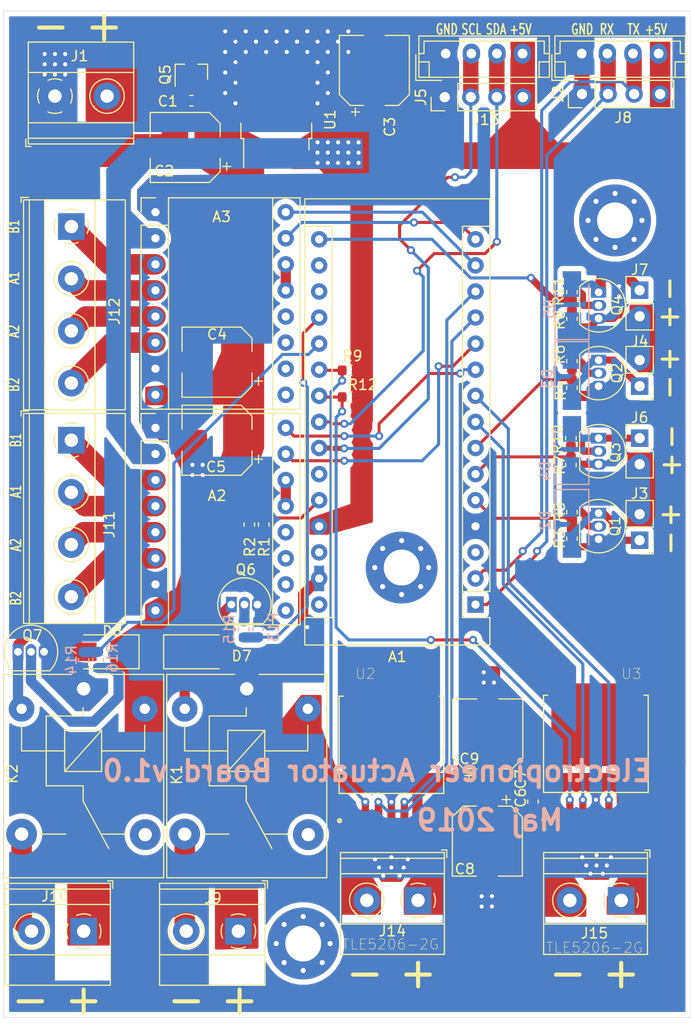
<source format=kicad_pcb>
(kicad_pcb (version 20171130) (host pcbnew "(5.1.0)-1")
  (layers (0 F.Cu signal) (31 B.Cu signal) (34 B.Paste user) (35 F.Paste user) (36 B.SilkS user) (37 F.SilkS user) (38 B.Mask user) (39 F.Mask user) (44 Edge.Cuts user))
  (net 0 "")
  (net 1 SERIAL_TX)
  (net 2 "Net-(A1-Pad17)")
  (net 3 SERIAL_RX)
  (net 4 "Net-(A1-Pad18)")
  (net 5 "Net-(A1-Pad3)")
  (net 6 RELAY1)
  (net 7 GND)
  (net 8 RELAY2)
  (net 9 MOSFET1)
  (net 10 DCEF_1)
  (net 11 MOSFET2)
  (net 12 DCEF_2)
  (net 13 MOSFET3)
  (net 14 SDA)
  (net 15 DC2_1)
  (net 16 SCL)
  (net 17 "Net-(A1-Pad25)")
  (net 18 STEPPER1_DIR)
  (net 19 BAT_MEASUREMENT)
  (net 20 STEPPER1_STEP)
  (net 21 +5V)
  (net 22 DC1_1)
  (net 23 "Net-(A1-Pad28)")
  (net 24 DC1_2)
  (net 25 STEPPER2_DIR)
  (net 26 "Net-(A1-Pad30)")
  (net 27 STEPPER2_STEP)
  (net 28 MOSFET4)
  (net 29 +12V)
  (net 30 "Net-(A2-Pad13)")
  (net 31 "Net-(A2-Pad6)")
  (net 32 "Net-(A2-Pad5)")
  (net 33 "Net-(A2-Pad12)")
  (net 34 "Net-(A2-Pad4)")
  (net 35 "Net-(A2-Pad11)")
  (net 36 "Net-(A2-Pad3)")
  (net 37 "Net-(A2-Pad10)")
  (net 38 "Net-(A2-Pad9)")
  (net 39 "Net-(A3-Pad9)")
  (net 40 "Net-(A3-Pad10)")
  (net 41 "Net-(A3-Pad3)")
  (net 42 "Net-(A3-Pad11)")
  (net 43 "Net-(A3-Pad4)")
  (net 44 "Net-(A3-Pad12)")
  (net 45 "Net-(A3-Pad5)")
  (net 46 "Net-(A3-Pad13)")
  (net 47 "Net-(A3-Pad6)")
  (net 48 "Net-(D2-Pad2)")
  (net 49 "Net-(D3-Pad2)")
  (net 50 "Net-(D4-Pad2)")
  (net 51 "Net-(D5-Pad2)")
  (net 52 "Net-(D7-Pad2)")
  (net 53 "Net-(D8-Pad2)")
  (net 54 "Net-(J1-Pad2)")
  (net 55 "Net-(J9-Pad2)")
  (net 56 "Net-(J10-Pad2)")
  (net 57 DCOUT1_1)
  (net 58 DCOUT1_2)
  (net 59 DCOUT2_2)
  (net 60 DCOUT2_1)
  (net 61 "Net-(Q1-Pad2)")
  (net 62 "Net-(Q2-Pad2)")
  (net 63 "Net-(Q3-Pad2)")
  (net 64 "Net-(Q4-Pad2)")
  (net 65 "Net-(Q6-Pad2)")
  (net 66 "Net-(Q7-Pad2)")
  (net 67 DC2_2)
  (module MountingHole:MountingHole_3.5mm_Pad_Via (layer F.Cu) (at 123.8 98)
    (fp_text reference REF** hide)
    (fp_text value MountingHole_3.5mm_Pad_Via)
    (pad 1 thru_hole circle (at 0 0) (size 7 7) (drill 3.5) (layers *.Cu *.Mask))
    (pad 1 thru_hole circle (at 2.625 0) (size 0.8 0.8) (drill 0.5) (layers *.Cu *.Mask))
    (pad 1 thru_hole circle (at 1.856155 1.856155) (size 0.8 0.8) (drill 0.5) (layers *.Cu *.Mask))
    (pad 1 thru_hole circle (at 0 2.625) (size 0.8 0.8) (drill 0.5) (layers *.Cu *.Mask))
    (pad 1 thru_hole circle (at -1.856155 1.856155) (size 0.8 0.8) (drill 0.5) (layers *.Cu *.Mask))
    (pad 1 thru_hole circle (at -2.625 0) (size 0.8 0.8) (drill 0.5) (layers *.Cu *.Mask))
    (pad 1 thru_hole circle (at -1.856155 -1.856155) (size 0.8 0.8) (drill 0.5) (layers *.Cu *.Mask))
    (pad 1 thru_hole circle (at 0 -2.625) (size 0.8 0.8) (drill 0.5) (layers *.Cu *.Mask))
    (pad 1 thru_hole circle (at 1.856155 -1.856155) (size 0.8 0.8) (drill 0.5) (layers *.Cu *.Mask))
  )
  (module Resistor_SMD:R_0603_1608Metric (layer F.Cu) (at 118.7875 78.8 180)
    (fp_text reference R9 (at -0.2125 1.4 180) (layer F.SilkS))
    (fp_text value 10K)
    (pad 2 smd roundrect (at 0.7875 0 180) (size 0.875 0.95) (layers F.Cu F.Paste F.Mask) (net 10 DCEF_1))
    (pad 1 smd roundrect (at -0.7875 0 180) (size 0.875 0.95) (layers F.Cu F.Paste F.Mask) (net 21 +5V))
  )
  (module Resistor_SMD:R_0603_1608Metric (layer F.Cu) (at 118.7875 81.4 180)
    (fp_text reference R12 (at -1.2125 1.2 180) (layer F.SilkS))
    (fp_text value 10K)
    (pad 2 smd roundrect (at 0.7875 0 180) (size 0.875 0.95) (layers F.Cu F.Paste F.Mask) (net 12 DCEF_2))
    (pad 1 smd roundrect (at -0.7875 0 180) (size 0.875 0.95) (layers F.Cu F.Paste F.Mask) (net 21 +5V))
  )
  (module TerminalBlock_Phoenix:TerminalBlock_Phoenix_MKDS-1,5-4-5.08_1x04_P5.08mm_Horizontal (layer F.Cu) (at 91.6 64.8 270)
    (fp_text reference J12 (at 8.25 -4.2 90) (layer F.SilkS))
    (fp_text value STEPPER2_CONN)
    (pad 4 thru_hole circle (at 15.24 0 270) (size 2.6 2.6) (drill 1.3) (layers *.Cu *.Mask) (net 47 "Net-(A3-Pad6)"))
    (pad 3 thru_hole circle (at 10.16 0 270) (size 2.6 2.6) (drill 1.3) (layers *.Cu *.Mask) (net 45 "Net-(A3-Pad5)"))
    (pad 2 thru_hole circle (at 5.08 0 270) (size 2.6 2.6) (drill 1.3) (layers *.Cu *.Mask) (net 43 "Net-(A3-Pad4)"))
    (pad 1 thru_hole rect (at 0 0 270) (size 2.6 2.6) (drill 1.3) (layers *.Cu *.Mask) (net 41 "Net-(A3-Pad3)"))
  )
  (module MountingHole:MountingHole_3.5mm_Pad_Via (layer F.Cu) (at 114.2 134.6)
    (fp_text reference REF** hide)
    (fp_text value MountingHole_3.5mm_Pad_Via)
    (pad 1 thru_hole circle (at 1.856155 -1.856155) (size 0.8 0.8) (drill 0.5) (layers *.Cu *.Mask))
    (pad 1 thru_hole circle (at 0 -2.625) (size 0.8 0.8) (drill 0.5) (layers *.Cu *.Mask))
    (pad 1 thru_hole circle (at -1.856155 -1.856155) (size 0.8 0.8) (drill 0.5) (layers *.Cu *.Mask))
    (pad 1 thru_hole circle (at -2.625 0) (size 0.8 0.8) (drill 0.5) (layers *.Cu *.Mask))
    (pad 1 thru_hole circle (at -1.856155 1.856155) (size 0.8 0.8) (drill 0.5) (layers *.Cu *.Mask))
    (pad 1 thru_hole circle (at 0 2.625) (size 0.8 0.8) (drill 0.5) (layers *.Cu *.Mask))
    (pad 1 thru_hole circle (at 1.856155 1.856155) (size 0.8 0.8) (drill 0.5) (layers *.Cu *.Mask))
    (pad 1 thru_hole circle (at 2.625 0) (size 0.8 0.8) (drill 0.5) (layers *.Cu *.Mask))
    (pad 1 thru_hole circle (at 0 0) (size 7 7) (drill 3.5) (layers *.Cu *.Mask))
  )
  (module MountingHole:MountingHole_3.5mm_Pad_Via (layer F.Cu) (at 144.6 64.2)
    (fp_text reference REF** hide)
    (fp_text value MountingHole_3.5mm_Pad_Via)
    (pad 1 thru_hole circle (at 1.856155 -1.856155) (size 0.8 0.8) (drill 0.5) (layers *.Cu *.Mask))
    (pad 1 thru_hole circle (at 0 -2.625) (size 0.8 0.8) (drill 0.5) (layers *.Cu *.Mask))
    (pad 1 thru_hole circle (at -1.856155 -1.856155) (size 0.8 0.8) (drill 0.5) (layers *.Cu *.Mask))
    (pad 1 thru_hole circle (at -2.625 0) (size 0.8 0.8) (drill 0.5) (layers *.Cu *.Mask))
    (pad 1 thru_hole circle (at -1.856155 1.856155) (size 0.8 0.8) (drill 0.5) (layers *.Cu *.Mask))
    (pad 1 thru_hole circle (at 0 2.625) (size 0.8 0.8) (drill 0.5) (layers *.Cu *.Mask))
    (pad 1 thru_hole circle (at 1.856155 1.856155) (size 0.8 0.8) (drill 0.5) (layers *.Cu *.Mask))
    (pad 1 thru_hole circle (at 2.625 0) (size 0.8 0.8) (drill 0.5) (layers *.Cu *.Mask))
    (pad 1 thru_hole circle (at 0 0) (size 7 7) (drill 3.5) (layers *.Cu *.Mask))
  )
  (module TerminalBlock_Phoenix:TerminalBlock_Phoenix_MKDS-1,5-2_1x02_P5.00mm_Horizontal (layer F.Cu) (at 125.4 130.4 180)
    (fp_text reference J14 (at 2.5 -3 180) (layer F.SilkS))
    (fp_text value DCMOTOR_1)
    (pad 2 thru_hole circle (at 5 0 180) (size 2.6 2.6) (drill 1.3) (layers *.Cu *.Mask) (net 57 DCOUT1_1))
    (pad 1 thru_hole rect (at 0 0 180) (size 2.6 2.6) (drill 1.3) (layers *.Cu *.Mask) (net 58 DCOUT1_2))
  )
  (module Package_TO_SOT_SMD:TO-252-2 (layer F.Cu) (at 111.58 53.76 90)
    (fp_text reference U1 (at -0.65 5.25 90) (layer F.SilkS))
    (fp_text value L7805)
    (pad 1 smd rect (at -4.2 -2.28 90) (size 2.2 1.2) (layers F.Cu F.Paste F.Mask) (net 29 +12V))
    (pad 3 smd rect (at -4.2 2.28 90) (size 2.2 1.2) (layers F.Cu F.Paste F.Mask) (net 21 +5V))
    (pad 2 smd rect (at 2.1 0 90) (size 6.4 5.8) (layers F.Cu F.Mask) (net 7 GND))
  )
  (module Relay_THT2:Relay_SPDT_SANYOU_SRD_Series_Form_C (layer F.Cu) (at 108.7 109.8 270)
    (fp_text reference K1 (at 8.37 6.83 270) (layer F.SilkS))
    (fp_text value SANYOU_SRD_Form_B)
    (pad 1 thru_hole circle (at 0 0) (size 3 3) (drill 1.3) (layers *.Cu *.Mask) (net 7 GND))
    (pad 5 thru_hole circle (at 1.95 -5.95) (size 2.5 2.5) (drill 1) (layers *.Cu *.Mask) (net 29 +12V))
    (pad 4 thru_hole circle (at 14.2 -6) (size 3 3) (drill 1.3) (layers *.Cu *.Mask))
    (pad 3 thru_hole circle (at 14.15 6.05) (size 3 3) (drill 1.3) (layers *.Cu *.Mask) (net 55 "Net-(J9-Pad2)"))
    (pad 2 thru_hole circle (at 1.95 6.05) (size 2.5 2.5) (drill 1) (layers *.Cu *.Mask) (net 52 "Net-(D7-Pad2)"))
  )
  (module Relay_THT2:Relay_SPDT_SANYOU_SRD_Series_Form_C (layer F.Cu) (at 92.8 109.8 270)
    (fp_text reference K2 (at 8.28 6.95 270) (layer F.SilkS))
    (fp_text value SANYOU_SRD_Form_B)
    (pad 1 thru_hole circle (at 0 0) (size 3 3) (drill 1.3) (layers *.Cu *.Mask) (net 7 GND))
    (pad 5 thru_hole circle (at 1.95 -5.95) (size 2.5 2.5) (drill 1) (layers *.Cu *.Mask) (net 29 +12V))
    (pad 4 thru_hole circle (at 14.2 -6) (size 3 3) (drill 1.3) (layers *.Cu *.Mask))
    (pad 3 thru_hole circle (at 14.15 6.05) (size 3 3) (drill 1.3) (layers *.Cu *.Mask) (net 56 "Net-(J10-Pad2)"))
    (pad 2 thru_hole circle (at 1.95 6.05) (size 2.5 2.5) (drill 1) (layers *.Cu *.Mask) (net 53 "Net-(D8-Pad2)"))
  )
  (module Module:Arduino_Nano (layer F.Cu) (at 131 101.6 180)
    (fp_text reference A1 (at 7.62 -5.08 180) (layer F.SilkS))
    (fp_text value Arduino_Nano_v3.x)
    (pad 1 thru_hole rect (at 0 0 180) (size 1.6 1.6) (drill 0.8) (layers *.Cu *.Mask) (net 1 SERIAL_TX))
    (pad 17 thru_hole oval (at 15.24 33.02 180) (size 1.6 1.6) (drill 0.8) (layers *.Cu *.Mask) (net 2 "Net-(A1-Pad17)"))
    (pad 2 thru_hole oval (at 0 2.54 180) (size 1.6 1.6) (drill 0.8) (layers *.Cu *.Mask) (net 3 SERIAL_RX))
    (pad 18 thru_hole oval (at 15.24 30.48 180) (size 1.6 1.6) (drill 0.8) (layers *.Cu *.Mask) (net 4 "Net-(A1-Pad18)"))
    (pad 3 thru_hole oval (at 0 5.08 180) (size 1.6 1.6) (drill 0.8) (layers *.Cu *.Mask) (net 5 "Net-(A1-Pad3)"))
    (pad 19 thru_hole oval (at 15.24 27.94 180) (size 1.6 1.6) (drill 0.8) (layers *.Cu *.Mask) (net 6 RELAY1))
    (pad 4 thru_hole oval (at 0 7.62 180) (size 1.6 1.6) (drill 0.8) (layers *.Cu *.Mask) (net 7 GND))
    (pad 20 thru_hole oval (at 15.24 25.4 180) (size 1.6 1.6) (drill 0.8) (layers *.Cu *.Mask) (net 8 RELAY2))
    (pad 5 thru_hole oval (at 0 10.16 180) (size 1.6 1.6) (drill 0.8) (layers *.Cu *.Mask) (net 9 MOSFET1))
    (pad 21 thru_hole oval (at 15.24 22.86 180) (size 1.6 1.6) (drill 0.8) (layers *.Cu *.Mask) (net 10 DCEF_1))
    (pad 6 thru_hole oval (at 0 12.7 180) (size 1.6 1.6) (drill 0.8) (layers *.Cu *.Mask) (net 11 MOSFET2))
    (pad 22 thru_hole oval (at 15.24 20.32 180) (size 1.6 1.6) (drill 0.8) (layers *.Cu *.Mask) (net 12 DCEF_2))
    (pad 7 thru_hole oval (at 0 15.24 180) (size 1.6 1.6) (drill 0.8) (layers *.Cu *.Mask) (net 13 MOSFET3))
    (pad 23 thru_hole oval (at 15.24 17.78 180) (size 1.6 1.6) (drill 0.8) (layers *.Cu *.Mask) (net 14 SDA))
    (pad 8 thru_hole oval (at 0 17.78 180) (size 1.6 1.6) (drill 0.8) (layers *.Cu *.Mask) (net 15 DC2_1))
    (pad 24 thru_hole oval (at 15.24 15.24 180) (size 1.6 1.6) (drill 0.8) (layers *.Cu *.Mask) (net 16 SCL))
    (pad 9 thru_hole oval (at 0 20.32 180) (size 1.6 1.6) (drill 0.8) (layers *.Cu *.Mask) (net 67 DC2_2))
    (pad 25 thru_hole oval (at 15.24 12.7 180) (size 1.6 1.6) (drill 0.8) (layers *.Cu *.Mask) (net 17 "Net-(A1-Pad25)"))
    (pad 10 thru_hole oval (at 0 22.86 180) (size 1.6 1.6) (drill 0.8) (layers *.Cu *.Mask) (net 18 STEPPER1_DIR))
    (pad 26 thru_hole oval (at 15.24 10.16 180) (size 1.6 1.6) (drill 0.8) (layers *.Cu *.Mask) (net 19 BAT_MEASUREMENT))
    (pad 11 thru_hole oval (at 0 25.4 180) (size 1.6 1.6) (drill 0.8) (layers *.Cu *.Mask) (net 20 STEPPER1_STEP))
    (pad 27 thru_hole oval (at 15.24 7.62 180) (size 1.6 1.6) (drill 0.8) (layers *.Cu *.Mask) (net 21 +5V))
    (pad 12 thru_hole oval (at 0 27.94 180) (size 1.6 1.6) (drill 0.8) (layers *.Cu *.Mask) (net 22 DC1_1))
    (pad 28 thru_hole oval (at 15.24 5.08 180) (size 1.6 1.6) (drill 0.8) (layers *.Cu *.Mask) (net 23 "Net-(A1-Pad28)"))
    (pad 13 thru_hole oval (at 0 30.48 180) (size 1.6 1.6) (drill 0.8) (layers *.Cu *.Mask) (net 24 DC1_2))
    (pad 29 thru_hole oval (at 15.24 2.54 180) (size 1.6 1.6) (drill 0.8) (layers *.Cu *.Mask) (net 7 GND))
    (pad 14 thru_hole oval (at 0 33.02 180) (size 1.6 1.6) (drill 0.8) (layers *.Cu *.Mask) (net 25 STEPPER2_DIR))
    (pad 30 thru_hole oval (at 15.24 0 180) (size 1.6 1.6) (drill 0.8) (layers *.Cu *.Mask) (net 26 "Net-(A1-Pad30)"))
    (pad 15 thru_hole oval (at 0 35.56 180) (size 1.6 1.6) (drill 0.8) (layers *.Cu *.Mask) (net 27 STEPPER2_STEP))
    (pad 16 thru_hole oval (at 15.24 35.56 180) (size 1.6 1.6) (drill 0.8) (layers *.Cu *.Mask) (net 28 MOSFET4))
  )
  (module Module:Pololu_Breakout-16_15.2x20.3mm (layer F.Cu) (at 99.8 84.4)
    (fp_text reference A2 (at 6 6.6) (layer F.SilkS))
    (fp_text value Stepper1)
    (pad 16 thru_hole oval (at 12.7 0) (size 1.6 1.6) (drill 0.8) (layers *.Cu *.Mask) (net 18 STEPPER1_DIR))
    (pad 8 thru_hole oval (at 0 17.78) (size 1.6 1.6) (drill 0.8) (layers *.Cu *.Mask) (net 29 +12V))
    (pad 15 thru_hole oval (at 12.7 2.54) (size 1.6 1.6) (drill 0.8) (layers *.Cu *.Mask) (net 20 STEPPER1_STEP))
    (pad 7 thru_hole oval (at 0 15.24) (size 1.6 1.6) (drill 0.8) (layers *.Cu *.Mask) (net 7 GND))
    (pad 14 thru_hole oval (at 12.7 5.08) (size 1.6 1.6) (drill 0.8) (layers *.Cu *.Mask) (net 30 "Net-(A2-Pad13)"))
    (pad 6 thru_hole oval (at 0 12.7) (size 1.6 1.6) (drill 0.8) (layers *.Cu *.Mask) (net 31 "Net-(A2-Pad6)"))
    (pad 13 thru_hole oval (at 12.7 7.62) (size 1.6 1.6) (drill 0.8) (layers *.Cu *.Mask) (net 30 "Net-(A2-Pad13)"))
    (pad 5 thru_hole oval (at 0 10.16) (size 1.6 1.6) (drill 0.8) (layers *.Cu *.Mask) (net 32 "Net-(A2-Pad5)"))
    (pad 12 thru_hole oval (at 12.7 10.16) (size 1.6 1.6) (drill 0.8) (layers *.Cu *.Mask) (net 33 "Net-(A2-Pad12)"))
    (pad 4 thru_hole oval (at 0 7.62) (size 1.6 1.6) (drill 0.8) (layers *.Cu *.Mask) (net 34 "Net-(A2-Pad4)"))
    (pad 11 thru_hole oval (at 12.7 12.7) (size 1.6 1.6) (drill 0.8) (layers *.Cu *.Mask) (net 35 "Net-(A2-Pad11)"))
    (pad 3 thru_hole oval (at 0 5.08) (size 1.6 1.6) (drill 0.8) (layers *.Cu *.Mask) (net 36 "Net-(A2-Pad3)"))
    (pad 10 thru_hole oval (at 12.7 15.24) (size 1.6 1.6) (drill 0.8) (layers *.Cu *.Mask) (net 37 "Net-(A2-Pad10)"))
    (pad 2 thru_hole oval (at 0 2.54) (size 1.6 1.6) (drill 0.8) (layers *.Cu *.Mask) (net 21 +5V))
    (pad 9 thru_hole oval (at 12.7 17.78) (size 1.6 1.6) (drill 0.8) (layers *.Cu *.Mask) (net 38 "Net-(A2-Pad9)"))
    (pad 1 thru_hole rect (at 0 0) (size 1.6 1.6) (drill 0.8) (layers *.Cu *.Mask) (net 7 GND))
  )
  (module Module:Pololu_Breakout-16_15.2x20.3mm (layer F.Cu) (at 99.8 63.4)
    (fp_text reference A3 (at 6.45 0.45) (layer F.SilkS))
    (fp_text value Stepper2)
    (pad 1 thru_hole rect (at 0 0) (size 1.6 1.6) (drill 0.8) (layers *.Cu *.Mask) (net 7 GND))
    (pad 9 thru_hole oval (at 12.7 17.78) (size 1.6 1.6) (drill 0.8) (layers *.Cu *.Mask) (net 39 "Net-(A3-Pad9)"))
    (pad 2 thru_hole oval (at 0 2.54) (size 1.6 1.6) (drill 0.8) (layers *.Cu *.Mask) (net 21 +5V))
    (pad 10 thru_hole oval (at 12.7 15.24) (size 1.6 1.6) (drill 0.8) (layers *.Cu *.Mask) (net 40 "Net-(A3-Pad10)"))
    (pad 3 thru_hole oval (at 0 5.08) (size 1.6 1.6) (drill 0.8) (layers *.Cu *.Mask) (net 41 "Net-(A3-Pad3)"))
    (pad 11 thru_hole oval (at 12.7 12.7) (size 1.6 1.6) (drill 0.8) (layers *.Cu *.Mask) (net 42 "Net-(A3-Pad11)"))
    (pad 4 thru_hole oval (at 0 7.62) (size 1.6 1.6) (drill 0.8) (layers *.Cu *.Mask) (net 43 "Net-(A3-Pad4)"))
    (pad 12 thru_hole oval (at 12.7 10.16) (size 1.6 1.6) (drill 0.8) (layers *.Cu *.Mask) (net 44 "Net-(A3-Pad12)"))
    (pad 5 thru_hole oval (at 0 10.16) (size 1.6 1.6) (drill 0.8) (layers *.Cu *.Mask) (net 45 "Net-(A3-Pad5)"))
    (pad 13 thru_hole oval (at 12.7 7.62) (size 1.6 1.6) (drill 0.8) (layers *.Cu *.Mask) (net 46 "Net-(A3-Pad13)"))
    (pad 6 thru_hole oval (at 0 12.7) (size 1.6 1.6) (drill 0.8) (layers *.Cu *.Mask) (net 47 "Net-(A3-Pad6)"))
    (pad 14 thru_hole oval (at 12.7 5.08) (size 1.6 1.6) (drill 0.8) (layers *.Cu *.Mask) (net 46 "Net-(A3-Pad13)"))
    (pad 7 thru_hole oval (at 0 15.24) (size 1.6 1.6) (drill 0.8) (layers *.Cu *.Mask) (net 7 GND))
    (pad 15 thru_hole oval (at 12.7 2.54) (size 1.6 1.6) (drill 0.8) (layers *.Cu *.Mask) (net 27 STEPPER2_STEP))
    (pad 8 thru_hole oval (at 0 17.78) (size 1.6 1.6) (drill 0.8) (layers *.Cu *.Mask) (net 29 +12V))
    (pad 16 thru_hole oval (at 12.7 0) (size 1.6 1.6) (drill 0.8) (layers *.Cu *.Mask) (net 25 STEPPER2_DIR))
  )
  (module Capacitor_SMD:C_0603_1608Metric (layer F.Cu) (at 103.3 52.55 180)
    (fp_text reference C1 (at 2.3 -0.05 180) (layer F.SilkS))
    (fp_text value 100nF/16V)
    (pad 1 smd roundrect (at -0.7875 0 180) (size 0.875 0.95) (layers F.Cu F.Paste F.Mask) (net 29 +12V))
    (pad 2 smd roundrect (at 0.7875 0 180) (size 0.875 0.95) (layers F.Cu F.Paste F.Mask) (net 7 GND))
  )
  (module Capacitor_SMD:CP_Elec_6.3x5.4 (layer F.Cu) (at 102.7 57.1 180)
    (fp_text reference C2 (at 2.05 -2.3 180) (layer F.SilkS))
    (fp_text value 100uF/16V)
    (pad 2 smd roundrect (at 2.8 0 180) (size 3.5 1.6) (layers F.Cu F.Paste F.Mask) (roundrect_rratio 0.15625) (net 7 GND))
    (pad 1 smd roundrect (at -2.8 0 180) (size 3.5 1.6) (layers F.Cu F.Paste F.Mask) (roundrect_rratio 0.15625) (net 29 +12V))
  )
  (module Capacitor_SMD:CP_Elec_6.3x5.4 (layer F.Cu) (at 121.14 49.6 90)
    (fp_text reference C3 (at -5.5 1.5 90) (layer F.SilkS))
    (fp_text value 100uF/16V)
    (pad 1 smd roundrect (at -2.8 0 90) (size 3.5 1.6) (layers F.Cu F.Paste F.Mask) (roundrect_rratio 0.15625) (net 21 +5V))
    (pad 2 smd roundrect (at 2.8 0 90) (size 3.5 1.6) (layers F.Cu F.Paste F.Mask) (roundrect_rratio 0.15625) (net 7 GND))
  )
  (module Capacitor_SMD:CP_Elec_6.3x5.4 (layer F.Cu) (at 105.8 78 180)
    (fp_text reference C4 (at 0 2.7 180) (layer F.SilkS))
    (fp_text value 100uF/16V)
    (pad 2 smd roundrect (at 2.8 0 180) (size 3.5 1.6) (layers F.Cu F.Paste F.Mask) (roundrect_rratio 0.15625) (net 7 GND))
    (pad 1 smd roundrect (at -2.8 0 180) (size 3.5 1.6) (layers F.Cu F.Paste F.Mask) (roundrect_rratio 0.15625) (net 29 +12V))
  )
  (module Capacitor_SMD:CP_Elec_6.3x5.4 (layer F.Cu) (at 105.8 85.6 180)
    (fp_text reference C5 (at 0.1 -2.6 180) (layer F.SilkS))
    (fp_text value 100uF/16V)
    (pad 1 smd roundrect (at -2.8 0 180) (size 3.5 1.6) (layers F.Cu F.Paste F.Mask) (roundrect_rratio 0.15625) (net 29 +12V))
    (pad 2 smd roundrect (at 2.8 0 180) (size 3.5 1.6) (layers F.Cu F.Paste F.Mask) (roundrect_rratio 0.15625) (net 7 GND))
  )
  (module Capacitor_SMD:C_0603_1608Metric (layer F.Cu) (at 136.6 120.7875 270)
    (fp_text reference C6 (at -0.3875 1.2 270) (layer F.SilkS))
    (fp_text value 100nF/16V)
    (pad 1 smd roundrect (at -0.7875 0 270) (size 0.875 0.95) (layers F.Cu F.Paste F.Mask) (net 29 +12V))
    (pad 2 smd roundrect (at 0.7875 0 270) (size 0.875 0.95) (layers F.Cu F.Paste F.Mask) (net 7 GND))
  )
  (module Capacitor_SMD:C_0603_1608Metric (layer F.Cu) (at 136.6 117.7875 90)
    (fp_text reference C7 (at -0.8125 -1.2 90) (layer F.SilkS))
    (fp_text value 100nF/16V)
    (pad 2 smd roundrect (at 0.7875 0 90) (size 0.875 0.95) (layers F.Cu F.Paste F.Mask) (net 7 GND))
    (pad 1 smd roundrect (at -0.7875 0 90) (size 0.875 0.95) (layers F.Cu F.Paste F.Mask) (net 29 +12V))
  )
  (module Capacitor_SMD:CP_Elec_6.3x5.4 (layer F.Cu) (at 132.15 124.63 270)
    (fp_text reference C8 (at 2.72 2.2) (layer F.SilkS))
    (fp_text value 100uF/16V)
    (pad 1 smd roundrect (at -2.8 0 270) (size 3.5 1.6) (layers F.Cu F.Paste F.Mask) (roundrect_rratio 0.15625) (net 29 +12V))
    (pad 2 smd roundrect (at 2.8 0 270) (size 3.5 1.6) (layers F.Cu F.Paste F.Mask) (roundrect_rratio 0.15625) (net 7 GND))
  )
  (module Capacitor_SMD:CP_Elec_6.3x5.4 (layer F.Cu) (at 132.2 114.2 90)
    (fp_text reference C9 (at -2.42 -1.8 180) (layer F.SilkS))
    (fp_text value 100uF/16V)
    (pad 1 smd roundrect (at -2.8 0 90) (size 3.5 1.6) (layers F.Cu F.Paste F.Mask) (roundrect_rratio 0.15625) (net 29 +12V))
    (pad 2 smd roundrect (at 2.8 0 90) (size 3.5 1.6) (layers F.Cu F.Paste F.Mask) (roundrect_rratio 0.15625) (net 7 GND))
  )
  (module Diode_SMD:D_SMA (layer B.Cu) (at 140.4 93.8 270)
    (fp_text reference D2 (at -0.4 2.6 270) (layer B.SilkS) (effects (justify mirror)))
    (fp_text value D)
    (pad 1 smd rect (at -2 0 270) (size 2.5 1.8) (layers B.Cu B.Paste B.Mask) (net 29 +12V))
    (pad 2 smd rect (at 2 0 270) (size 2.5 1.8) (layers B.Cu B.Paste B.Mask) (net 48 "Net-(D2-Pad2)"))
  )
  (module Diode_SMD:D_SMA (layer B.Cu) (at 140.4 79.4 270)
    (fp_text reference D3 (at 0.2 2.4 270) (layer B.SilkS) (effects (justify mirror)))
    (fp_text value D)
    (pad 1 smd rect (at -2 0 270) (size 2.5 1.8) (layers B.Cu B.Paste B.Mask) (net 29 +12V))
    (pad 2 smd rect (at 2 0 270) (size 2.5 1.8) (layers B.Cu B.Paste B.Mask) (net 49 "Net-(D3-Pad2)"))
  )
  (module Diode_SMD:D_SMA (layer B.Cu) (at 140.4 86.5 90)
    (fp_text reference D4 (at -2.1 -2.6 90) (layer B.SilkS) (effects (justify mirror)))
    (fp_text value D)
    (pad 2 smd rect (at 2 0 90) (size 2.5 1.8) (layers B.Cu B.Paste B.Mask) (net 50 "Net-(D4-Pad2)"))
    (pad 1 smd rect (at -2 0 90) (size 2.5 1.8) (layers B.Cu B.Paste B.Mask) (net 29 +12V))
  )
  (module Diode_SMD:D_SMA (layer B.Cu) (at 140.4 72.4 90)
    (fp_text reference D5 (at -0.4 -2.2 90) (layer B.SilkS) (effects (justify mirror)))
    (fp_text value D)
    (pad 2 smd rect (at 2 0 90) (size 2.5 1.8) (layers B.Cu B.Paste B.Mask) (net 51 "Net-(D5-Pad2)"))
    (pad 1 smd rect (at -2 0 90) (size 2.5 1.8) (layers B.Cu B.Paste B.Mask) (net 29 +12V))
  )
  (module Diode_SMD:D_SMA (layer F.Cu) (at 104 106.2)
    (fp_text reference D7 (at 4.2 0.4) (layer F.SilkS))
    (fp_text value D)
    (pad 2 smd rect (at 2 0) (size 2.5 1.8) (layers F.Cu F.Paste F.Mask) (net 52 "Net-(D7-Pad2)"))
    (pad 1 smd rect (at -2 0) (size 2.5 1.8) (layers F.Cu F.Paste F.Mask) (net 29 +12V))
  )
  (module Diode_SMD:D_SMA (layer F.Cu) (at 94.8 106.2 180)
    (fp_text reference D8 (at -0.8 2 180) (layer F.SilkS))
    (fp_text value D)
    (pad 1 smd rect (at -2 0 180) (size 2.5 1.8) (layers F.Cu F.Paste F.Mask) (net 29 +12V))
    (pad 2 smd rect (at 2 0 180) (size 2.5 1.8) (layers F.Cu F.Paste F.Mask) (net 53 "Net-(D8-Pad2)"))
  )
  (module TerminalBlock_Phoenix:TerminalBlock_Phoenix_MKDS-1,5-2-5.08_1x02_P5.08mm_Horizontal (layer F.Cu) (at 90 52.1)
    (fp_text reference J1 (at 2.4 -3.9) (layer F.SilkS))
    (fp_text value INPUT_12V_RAW)
    (pad 1 thru_hole rect (at 0 0) (size 2.6 2.6) (drill 1.3) (layers *.Cu *.Mask) (net 7 GND))
    (pad 2 thru_hole circle (at 5.08 0) (size 2.6 2.6) (drill 1.3) (layers *.Cu *.Mask) (net 54 "Net-(J1-Pad2)"))
  )
  (module Connector_PinHeader_2.54mm:PinHeader_1x04_P2.54mm_Vertical (layer F.Cu) (at 141.38 51.9 90)
    (fp_text reference J2 (at 0 -2.33 90) (layer F.SilkS))
    (fp_text value SERIAL_CONNECTOR)
    (pad 1 thru_hole rect (at 0 0 90) (size 1.7 1.7) (drill 1) (layers *.Cu *.Mask) (net 7 GND))
    (pad 2 thru_hole oval (at 0 2.54 90) (size 1.7 1.7) (drill 1) (layers *.Cu *.Mask) (net 1 SERIAL_TX))
    (pad 3 thru_hole oval (at 0 5.08 90) (size 1.7 1.7) (drill 1) (layers *.Cu *.Mask) (net 3 SERIAL_RX))
    (pad 4 thru_hole oval (at 0 7.62 90) (size 1.7 1.7) (drill 1) (layers *.Cu *.Mask) (net 21 +5V))
  )
  (module Connector_PinHeader_2.54mm:PinHeader_1x02_P2.54mm_Vertical (layer F.Cu) (at 147 95.34 180)
    (fp_text reference J3 (at 0 4.54) (layer F.SilkS))
    (fp_text value MOSFET1_CONN)
    (pad 1 thru_hole rect (at 0 0 180) (size 1.7 1.7) (drill 1) (layers *.Cu *.Mask) (net 48 "Net-(D2-Pad2)"))
    (pad 2 thru_hole oval (at 0 2.54 180) (size 1.7 1.7) (drill 1) (layers *.Cu *.Mask) (net 29 +12V))
  )
  (module Connector_PinHeader_2.54mm:PinHeader_1x02_P2.54mm_Vertical (layer F.Cu) (at 147 80.34 180)
    (fp_text reference J4 (at 0 4.34) (layer F.SilkS))
    (fp_text value MOSFET3_CONN)
    (pad 1 thru_hole rect (at 0 0 180) (size 1.7 1.7) (drill 1) (layers *.Cu *.Mask) (net 49 "Net-(D3-Pad2)"))
    (pad 2 thru_hole oval (at 0 2.54 180) (size 1.7 1.7) (drill 1) (layers *.Cu *.Mask) (net 29 +12V))
  )
  (module Connector_PinHeader_2.54mm:PinHeader_1x04_P2.54mm_Vertical (layer F.Cu) (at 128 52.2 90)
    (fp_text reference J5 (at 0 -2.33 90) (layer F.SilkS))
    (fp_text value I2C_CONNECTOR)
    (pad 4 thru_hole oval (at 0 7.62 90) (size 1.7 1.7) (drill 1) (layers *.Cu *.Mask) (net 21 +5V))
    (pad 3 thru_hole oval (at 0 5.08 90) (size 1.7 1.7) (drill 1) (layers *.Cu *.Mask) (net 14 SDA))
    (pad 2 thru_hole oval (at 0 2.54 90) (size 1.7 1.7) (drill 1) (layers *.Cu *.Mask) (net 16 SCL))
    (pad 1 thru_hole rect (at 0 0 90) (size 1.7 1.7) (drill 1) (layers *.Cu *.Mask) (net 7 GND))
  )
  (module Connector_PinHeader_2.54mm:PinHeader_1x02_P2.54mm_Vertical (layer F.Cu) (at 147 85.4)
    (fp_text reference J6 (at 0 -2 180) (layer F.SilkS))
    (fp_text value MOSFET2_CONN)
    (pad 2 thru_hole oval (at 0 2.54) (size 1.7 1.7) (drill 1) (layers *.Cu *.Mask) (net 29 +12V))
    (pad 1 thru_hole rect (at 0 0) (size 1.7 1.7) (drill 1) (layers *.Cu *.Mask) (net 50 "Net-(D4-Pad2)"))
  )
  (module Connector_PinHeader_2.54mm:PinHeader_1x02_P2.54mm_Vertical (layer F.Cu) (at 147 71)
    (fp_text reference J7 (at 0 -2 180) (layer F.SilkS))
    (fp_text value MOSFET4_CONN)
    (pad 2 thru_hole oval (at 0 2.54) (size 1.7 1.7) (drill 1) (layers *.Cu *.Mask) (net 29 +12V))
    (pad 1 thru_hole rect (at 0 0) (size 1.7 1.7) (drill 1) (layers *.Cu *.Mask) (net 51 "Net-(D5-Pad2)"))
  )
  (module Connector_JST:JST_EH_B04B-EH-A_1x04_P2.50mm_Vertical (layer F.Cu) (at 141.352 47.958)
    (fp_text reference J8 (at 4.048 6.242) (layer F.SilkS))
    (fp_text value SERIAL_CONNECTOR)
    (pad 1 thru_hole roundrect (at 0 0) (size 1.7 1.95) (drill 0.95) (layers *.Cu *.Mask) (roundrect_rratio 0.147059) (net 7 GND))
    (pad 2 thru_hole oval (at 2.5 0) (size 1.7 1.95) (drill 0.95) (layers *.Cu *.Mask) (net 1 SERIAL_TX))
    (pad 3 thru_hole oval (at 5 0) (size 1.7 1.95) (drill 0.95) (layers *.Cu *.Mask) (net 3 SERIAL_RX))
    (pad 4 thru_hole oval (at 7.5 0) (size 1.7 1.95) (drill 0.95) (layers *.Cu *.Mask) (net 21 +5V))
  )
  (module TerminalBlock_Phoenix:TerminalBlock_Phoenix_MKDS-1,5-2-5.08_1x02_P5.08mm_Horizontal (layer F.Cu) (at 107.88 133.4 180)
    (fp_text reference J9 (at 2.48 3.2 180) (layer F.SilkS))
    (fp_text value RELAY1_CONN)
    (pad 2 thru_hole circle (at 5.08 0 180) (size 2.6 2.6) (drill 1.3) (layers *.Cu *.Mask) (net 55 "Net-(J9-Pad2)"))
    (pad 1 thru_hole rect (at 0 0 180) (size 2.6 2.6) (drill 1.3) (layers *.Cu *.Mask) (net 29 +12V))
  )
  (module TerminalBlock_Phoenix:TerminalBlock_Phoenix_MKDS-1,5-2-5.08_1x02_P5.08mm_Horizontal (layer F.Cu) (at 92.8 133.4 180)
    (fp_text reference J10 (at 2.8 3.4 180) (layer F.SilkS))
    (fp_text value RELAY2_CONN)
    (pad 1 thru_hole rect (at 0 0 180) (size 2.6 2.6) (drill 1.3) (layers *.Cu *.Mask) (net 29 +12V))
    (pad 2 thru_hole circle (at 5.08 0 180) (size 2.6 2.6) (drill 1.3) (layers *.Cu *.Mask) (net 56 "Net-(J10-Pad2)"))
  )
  (module TerminalBlock_Phoenix:TerminalBlock_Phoenix_MKDS-1,5-4-5.08_1x04_P5.08mm_Horizontal (layer F.Cu) (at 91.6 85.6 270)
    (fp_text reference J11 (at 8.2 -3.7 90) (layer F.SilkS))
    (fp_text value STEPPER1_CONN)
    (pad 1 thru_hole rect (at 0 0 270) (size 2.6 2.6) (drill 1.3) (layers *.Cu *.Mask) (net 36 "Net-(A2-Pad3)"))
    (pad 2 thru_hole circle (at 5.08 0 270) (size 2.6 2.6) (drill 1.3) (layers *.Cu *.Mask) (net 34 "Net-(A2-Pad4)"))
    (pad 3 thru_hole circle (at 10.16 0 270) (size 2.6 2.6) (drill 1.3) (layers *.Cu *.Mask) (net 32 "Net-(A2-Pad5)"))
    (pad 4 thru_hole circle (at 15.24 0 270) (size 2.6 2.6) (drill 1.3) (layers *.Cu *.Mask) (net 31 "Net-(A2-Pad6)"))
  )
  (module Connector_JST:JST_EH_B04B-EH-A_1x04_P2.50mm_Vertical (layer F.Cu) (at 128.09 47.958)
    (fp_text reference J13 (at 3.91 6.442) (layer F.SilkS))
    (fp_text value I2C_CONNECTOR)
    (pad 4 thru_hole oval (at 7.5 0) (size 1.7 1.95) (drill 0.95) (layers *.Cu *.Mask) (net 21 +5V))
    (pad 3 thru_hole oval (at 5 0) (size 1.7 1.95) (drill 0.95) (layers *.Cu *.Mask) (net 14 SDA))
    (pad 2 thru_hole oval (at 2.5 0) (size 1.7 1.95) (drill 0.95) (layers *.Cu *.Mask) (net 16 SCL))
    (pad 1 thru_hole roundrect (at 0 0) (size 1.7 1.95) (drill 0.95) (layers *.Cu *.Mask) (roundrect_rratio 0.147059) (net 7 GND))
  )
  (module TerminalBlock_Phoenix:TerminalBlock_Phoenix_MKDS-1,5-2_1x02_P5.00mm_Horizontal (layer F.Cu) (at 145.2 130.4 180)
    (fp_text reference J15 (at 2.6 -3.2 180) (layer F.SilkS))
    (fp_text value DCMOTOR_2)
    (pad 2 thru_hole circle (at 5 0 180) (size 2.6 2.6) (drill 1.3) (layers *.Cu *.Mask) (net 60 DCOUT2_1))
    (pad 1 thru_hole rect (at 0 0 180) (size 2.6 2.6) (drill 1.3) (layers *.Cu *.Mask) (net 59 DCOUT2_2))
  )
  (module Package_TO_SOT_THT:TO-92_Inline (layer F.Cu) (at 143 92.7 270)
    (fp_text reference Q1 (at 1.27 -1.6 270) (layer F.SilkS))
    (fp_text value BS170)
    (pad 2 thru_hole oval (at 1.27 0 270) (size 1.05 1.5) (drill 0.75) (layers *.Cu *.Mask) (net 61 "Net-(Q1-Pad2)"))
    (pad 3 thru_hole oval (at 2.54 0 270) (size 1.05 1.5) (drill 0.75) (layers *.Cu *.Mask) (net 7 GND))
    (pad 1 thru_hole rect (at 0 0 270) (size 1.05 1.5) (drill 0.75) (layers *.Cu *.Mask) (net 48 "Net-(D2-Pad2)"))
  )
  (module Package_TO_SOT_THT:TO-92_Inline (layer F.Cu) (at 143 77.8 270)
    (fp_text reference Q2 (at 1.27 -1.8 270) (layer F.SilkS))
    (fp_text value BS170)
    (pad 2 thru_hole oval (at 1.27 0 270) (size 1.05 1.5) (drill 0.75) (layers *.Cu *.Mask) (net 62 "Net-(Q2-Pad2)"))
    (pad 3 thru_hole oval (at 2.54 0 270) (size 1.05 1.5) (drill 0.75) (layers *.Cu *.Mask) (net 7 GND))
    (pad 1 thru_hole rect (at 0 0 270) (size 1.05 1.5) (drill 0.75) (layers *.Cu *.Mask) (net 49 "Net-(D3-Pad2)"))
  )
  (module Package_TO_SOT_THT:TO-92_Inline (layer F.Cu) (at 143 85.4 270)
    (fp_text reference Q3 (at 1.4 -1.6 90) (layer F.SilkS))
    (fp_text value BS170)
    (pad 2 thru_hole oval (at 1.27 0 270) (size 1.05 1.5) (drill 0.75) (layers *.Cu *.Mask) (net 63 "Net-(Q3-Pad2)"))
    (pad 3 thru_hole oval (at 2.54 0 270) (size 1.05 1.5) (drill 0.75) (layers *.Cu *.Mask) (net 7 GND))
    (pad 1 thru_hole rect (at 0 0 270) (size 1.05 1.5) (drill 0.75) (layers *.Cu *.Mask) (net 50 "Net-(D4-Pad2)"))
  )
  (module Package_TO_SOT_THT:TO-92_Inline (layer F.Cu) (at 143 71.2 270)
    (fp_text reference Q4 (at 1.27 -1.8 270) (layer F.SilkS))
    (fp_text value BS170)
    (pad 2 thru_hole oval (at 1.27 0 270) (size 1.05 1.5) (drill 0.75) (layers *.Cu *.Mask) (net 64 "Net-(Q4-Pad2)"))
    (pad 3 thru_hole oval (at 2.54 0 270) (size 1.05 1.5) (drill 0.75) (layers *.Cu *.Mask) (net 7 GND))
    (pad 1 thru_hole rect (at 0 0 270) (size 1.05 1.5) (drill 0.75) (layers *.Cu *.Mask) (net 51 "Net-(D5-Pad2)"))
  )
  (module Package_TO_SOT_SMD:SOT-23 (layer F.Cu) (at 103.3 49.756 90)
    (fp_text reference Q5 (at -0.254 -2.54 90) (layer F.SilkS))
    (fp_text value AP2305GN-HF-3)
    (pad 1 smd rect (at -1 -0.95 90) (size 0.9 0.8) (layers F.Cu F.Paste F.Mask) (net 7 GND))
    (pad 2 smd rect (at -1 0.95 90) (size 0.9 0.8) (layers F.Cu F.Paste F.Mask) (net 29 +12V))
    (pad 3 smd rect (at 1 0 90) (size 0.9 0.8) (layers F.Cu F.Paste F.Mask) (net 54 "Net-(J1-Pad2)"))
  )
  (module Package_TO_SOT_THT:TO-92_Inline (layer F.Cu) (at 107.2 101.6)
    (fp_text reference Q6 (at 1.4 -3.4) (layer F.SilkS))
    (fp_text value BC547)
    (pad 1 thru_hole rect (at 0 0) (size 1.05 1.5) (drill 0.75) (layers *.Cu *.Mask) (net 52 "Net-(D7-Pad2)"))
    (pad 3 thru_hole oval (at 2.54 0) (size 1.05 1.5) (drill 0.75) (layers *.Cu *.Mask) (net 7 GND))
    (pad 2 thru_hole oval (at 1.27 0) (size 1.05 1.5) (drill 0.75) (layers *.Cu *.Mask) (net 65 "Net-(Q6-Pad2)"))
  )
  (module Package_TO_SOT_THT:TO-92_Inline (layer F.Cu) (at 86.4 106.2)
    (fp_text reference Q7 (at 1.4 -1.6 180) (layer F.SilkS))
    (fp_text value BC547)
    (pad 1 thru_hole rect (at 0 0) (size 1.05 1.5) (drill 0.75) (layers *.Cu *.Mask) (net 53 "Net-(D8-Pad2)"))
    (pad 3 thru_hole oval (at 2.54 0) (size 1.05 1.5) (drill 0.75) (layers *.Cu *.Mask) (net 7 GND))
    (pad 2 thru_hole oval (at 1.27 0) (size 1.05 1.5) (drill 0.75) (layers *.Cu *.Mask) (net 66 "Net-(Q7-Pad2)"))
  )
  (module Resistor_SMD:R_0603_1608Metric (layer F.Cu) (at 108.95 93.8125 90)
    (fp_text reference R1 (at -2.1875 1.45 90) (layer F.SilkS))
    (fp_text value 2K2)
    (pad 2 smd roundrect (at 0.7875 0 90) (size 0.875 0.95) (layers F.Cu F.Paste F.Mask) (net 19 BAT_MEASUREMENT))
    (pad 1 smd roundrect (at -0.7875 0 90) (size 0.875 0.95) (layers F.Cu F.Paste F.Mask) (net 29 +12V))
  )
  (module Resistor_SMD:R_0603_1608Metric (layer F.Cu) (at 110.35 93.8125 270)
    (fp_text reference R2 (at 2.1875 1.35 270) (layer F.SilkS))
    (fp_text value 1K)
    (pad 1 smd roundrect (at -0.7875 0 270) (size 0.875 0.95) (layers F.Cu F.Paste F.Mask) (net 19 BAT_MEASUREMENT))
    (pad 2 smd roundrect (at 0.7875 0 270) (size 0.875 0.95) (layers F.Cu F.Paste F.Mask) (net 7 GND))
  )
  (module Resistor_SMD:R_0603_1608Metric (layer F.Cu) (at 140.4 95.1875 90)
    (fp_text reference R3 (at -0.0125 -1.2 90) (layer F.SilkS))
    (fp_text value 10K)
    (pad 1 smd roundrect (at -0.7875 0 90) (size 0.875 0.95) (layers F.Cu F.Paste F.Mask) (net 7 GND))
    (pad 2 smd roundrect (at 0.7875 0 90) (size 0.875 0.95) (layers F.Cu F.Paste F.Mask) (net 9 MOSFET1))
  )
  (module Resistor_SMD:R_0603_1608Metric (layer F.Cu) (at 140.4 80.5 90)
    (fp_text reference R4 (at -0.3 -1.1 90) (layer F.SilkS))
    (fp_text value 10K)
    (pad 2 smd roundrect (at 0.7875 0 90) (size 0.875 0.95) (layers F.Cu F.Paste F.Mask) (net 13 MOSFET3))
    (pad 1 smd roundrect (at -0.7875 0 90) (size 0.875 0.95) (layers F.Cu F.Paste F.Mask) (net 7 GND))
  )
  (module Resistor_SMD:R_0603_1608Metric (layer F.Cu) (at 140.4 92.5875 270)
    (fp_text reference R5 (at -0.0125 1.2 270) (layer F.SilkS))
    (fp_text value 1K)
    (pad 1 smd roundrect (at -0.7875 0 270) (size 0.875 0.95) (layers F.Cu F.Paste F.Mask) (net 61 "Net-(Q1-Pad2)"))
    (pad 2 smd roundrect (at 0.7875 0 270) (size 0.875 0.95) (layers F.Cu F.Paste F.Mask) (net 9 MOSFET1))
  )
  (module Resistor_SMD:R_0603_1608Metric (layer F.Cu) (at 140.4 77.9 270)
    (fp_text reference R6 (at -0.6515 1.21 270) (layer F.SilkS))
    (fp_text value 1K)
    (pad 2 smd roundrect (at 0.7875 0 270) (size 0.875 0.95) (layers F.Cu F.Paste F.Mask) (net 13 MOSFET3))
    (pad 1 smd roundrect (at -0.7875 0 270) (size 0.875 0.95) (layers F.Cu F.Paste F.Mask) (net 62 "Net-(Q2-Pad2)"))
  )
  (module Resistor_SMD:R_0603_1608Metric (layer F.Cu) (at 140.3 88.0125 90)
    (fp_text reference R7 (at 0.0125 -1.1 90) (layer F.SilkS))
    (fp_text value 10K)
    (pad 1 smd roundrect (at -0.7875 0 90) (size 0.875 0.95) (layers F.Cu F.Paste F.Mask) (net 7 GND))
    (pad 2 smd roundrect (at 0.7875 0 90) (size 0.875 0.95) (layers F.Cu F.Paste F.Mask) (net 11 MOSFET2))
  )
  (module Resistor_SMD:R_0603_1608Metric (layer F.Cu) (at 140.4 73.7895 90)
    (fp_text reference R8 (at -0.1105 -1.21 90) (layer F.SilkS))
    (fp_text value 10K)
    (pad 2 smd roundrect (at 0.7875 0 90) (size 0.875 0.95) (layers F.Cu F.Paste F.Mask) (net 28 MOSFET4))
    (pad 1 smd roundrect (at -0.7875 0 90) (size 0.875 0.95) (layers F.Cu F.Paste F.Mask) (net 7 GND))
  )
  (module Resistor_SMD:R_0603_1608Metric (layer F.Cu) (at 140.3 85.3875 270)
    (fp_text reference R10 (at 0.1125 1.3 270) (layer F.SilkS))
    (fp_text value 1K)
    (pad 2 smd roundrect (at 0.7875 0 270) (size 0.875 0.95) (layers F.Cu F.Paste F.Mask) (net 11 MOSFET2))
    (pad 1 smd roundrect (at -0.7875 0 270) (size 0.875 0.95) (layers F.Cu F.Paste F.Mask) (net 63 "Net-(Q3-Pad2)"))
  )
  (module Resistor_SMD:R_0603_1608Metric (layer F.Cu) (at 140.4 71.1875 270)
    (fp_text reference R11 (at -0.0905 1.31 270) (layer F.SilkS))
    (fp_text value 1K)
    (pad 1 smd roundrect (at -0.7875 0 270) (size 0.875 0.95) (layers F.Cu F.Paste F.Mask) (net 64 "Net-(Q4-Pad2)"))
    (pad 2 smd roundrect (at 0.7875 0 270) (size 0.875 0.95) (layers F.Cu F.Paste F.Mask) (net 28 MOSFET4))
  )
  (module Resistor_SMD:R_0603_1608Metric (layer B.Cu) (at 109.8 103.9875 270)
    (fp_text reference R13 (at -0.1875 -1.524 270) (layer B.SilkS) (effects (justify mirror)))
    (fp_text value 10K)
    (pad 2 smd roundrect (at 0.7875 0 270) (size 0.875 0.95) (layers B.Cu B.Paste B.Mask) (net 6 RELAY1))
    (pad 1 smd roundrect (at -0.7875 0 270) (size 0.875 0.95) (layers B.Cu B.Paste B.Mask) (net 7 GND))
  )
  (module Resistor_SMD:R_0603_1608Metric (layer B.Cu) (at 92.8 107.0125 90)
    (fp_text reference R14 (at 0.0125 -1.2 270) (layer B.SilkS) (effects (justify mirror)))
    (fp_text value 10K)
    (pad 2 smd roundrect (at 0.7875 0 90) (size 0.875 0.95) (layers B.Cu B.Paste B.Mask) (net 8 RELAY2))
    (pad 1 smd roundrect (at -0.7875 0 90) (size 0.875 0.95) (layers B.Cu B.Paste B.Mask) (net 7 GND))
  )
  (module Resistor_SMD:R_0603_1608Metric (layer B.Cu) (at 108.4 104.0125 270)
    (fp_text reference R15 (at -0.0125 1.4 270) (layer B.SilkS) (effects (justify mirror)))
    (fp_text value 1K)
    (pad 1 smd roundrect (at -0.7875 0 270) (size 0.875 0.95) (layers B.Cu B.Paste B.Mask) (net 65 "Net-(Q6-Pad2)"))
    (pad 2 smd roundrect (at 0.7875 0 270) (size 0.875 0.95) (layers B.Cu B.Paste B.Mask) (net 6 RELAY1))
  )
  (module Resistor_SMD:R_0603_1608Metric (layer B.Cu) (at 94.2 106.9875 90)
    (fp_text reference R16 (at 0.1875 1.4 270) (layer B.SilkS) (effects (justify mirror)))
    (fp_text value 1K)
    (pad 1 smd roundrect (at -0.7875 0 90) (size 0.875 0.95) (layers B.Cu B.Paste B.Mask) (net 66 "Net-(Q7-Pad2)"))
    (pad 2 smd roundrect (at 0.7875 0 90) (size 0.875 0.95) (layers B.Cu B.Paste B.Mask) (net 8 RELAY2))
  )
  (module TLE5206-2G:DPAK127P1500X440-8N (layer F.Cu) (at 122.8 117.29)
    (fp_text reference U2 (at -2.53261 -8.94881) (layer F.SilkS) (effects (font (size 1.00095 1.00095) (thickness 0.05))))
    (fp_text value TLE5206-2G (at -0.084 17.39) (layer F.SilkS) (effects (font (size 1.00053 1.00053) (thickness 0.05))))
    (pad 8 smd rect (at 0 -3.89 90) (size 8.06 8.67) (layers F.Cu F.Paste F.Mask))
    (pad 7 smd rect (at 3.81 6.07) (size 0.79 3.69) (layers F.Cu F.Paste F.Mask) (net 58 DCOUT1_2))
    (pad 6 smd rect (at 2.54 6.07) (size 0.79 3.69) (layers F.Cu F.Paste F.Mask) (net 29 +12V))
    (pad 5 smd rect (at 1.27 6.07) (size 0.79 3.69) (layers F.Cu F.Paste F.Mask) (net 24 DC1_2))
    (pad 4 smd rect (at 0 6.07) (size 0.79 3.69) (layers F.Cu F.Paste F.Mask) (net 7 GND))
    (pad 3 smd rect (at -1.27 6.07) (size 0.79 3.69) (layers F.Cu F.Paste F.Mask) (net 22 DC1_1))
    (pad 2 smd rect (at -2.54 6.07) (size 0.79 3.69) (layers F.Cu F.Paste F.Mask) (net 10 DCEF_1))
    (pad 1 smd rect (at -3.81 6.07) (size 0.79 3.69) (layers F.Cu F.Paste F.Mask) (net 57 DCOUT1_1))
  )
  (module TLE5206-2G:DPAK127P1500X440-8N (layer F.Cu) (at 142.732 117.194)
    (fp_text reference U3 (at 3.468 -8.844) (layer F.SilkS) (effects (font (size 1.00095 1.00095) (thickness 0.05))))
    (fp_text value TLE5206-2G (at -0.132 17.806) (layer F.SilkS) (effects (font (size 1.00053 1.00053) (thickness 0.05))))
    (pad 1 smd rect (at -3.81 6.07) (size 0.79 3.69) (layers F.Cu F.Paste F.Mask) (net 60 DCOUT2_1))
    (pad 2 smd rect (at -2.54 6.07) (size 0.79 3.69) (layers F.Cu F.Paste F.Mask) (net 12 DCEF_2))
    (pad 3 smd rect (at -1.27 6.07) (size 0.79 3.69) (layers F.Cu F.Paste F.Mask) (net 15 DC2_1))
    (pad 4 smd rect (at 0 6.07) (size 0.79 3.69) (layers F.Cu F.Paste F.Mask) (net 7 GND))
    (pad 5 smd rect (at 1.27 6.07) (size 0.79 3.69) (layers F.Cu F.Paste F.Mask) (net 67 DC2_2))
    (pad 6 smd rect (at 2.54 6.07) (size 0.79 3.69) (layers F.Cu F.Paste F.Mask) (net 29 +12V))
    (pad 7 smd rect (at 3.81 6.07) (size 0.79 3.69) (layers F.Cu F.Paste F.Mask) (net 59 DCOUT2_2))
    (pad 8 smd rect (at 0 -3.89 90) (size 8.06 8.67) (layers F.Cu F.Paste F.Mask))
  )
  (gr_text + (at 149.95 77.85 180) (layer F.SilkS) (effects (font (size 2 2) (thickness 0.3))))
  (gr_text - (at 150.1 80.45 270) (layer F.SilkS) (effects (font (size 2 2) (thickness 0.3))))
  (gr_text + (at 149.95 73.45) (layer F.SilkS) (effects (font (size 2 2) (thickness 0.3))))
  (gr_text - (at 149.8 70.85 90) (layer F.SilkS) (effects (font (size 2 2) (thickness 0.3))))
  (gr_text + (at 150.05 93 180) (layer F.SilkS) (effects (font (size 2 2) (thickness 0.3))))
  (gr_text - (at 150.2 95.6 270) (layer F.SilkS) (effects (font (size 2 2) (thickness 0.3))))
  (gr_text - (at 150 85.25 90) (layer F.SilkS) (effects (font (size 2 2) (thickness 0.3))))
  (gr_text + (at 150.15 87.85) (layer F.SilkS) (effects (font (size 2 2) (thickness 0.3))))
  (gr_text "Maj 2019" (at 132.4 122.6) (layer B.SilkS) (effects (font (size 2 2) (thickness 0.4)) (justify mirror)))
  (gr_text "Electropioneer Actuator Board v1.0" (at 121.4 117.8) (layer B.SilkS) (effects (font (size 2 2) (thickness 0.4)) (justify mirror)))
  (gr_text - (at 89.6 45.2) (layer F.SilkS) (effects (font (size 3 3) (thickness 0.4))))
  (gr_text + (at 94.8 45.2) (layer F.SilkS) (effects (font (size 3 3) (thickness 0.4))))
  (gr_text - (at 87.6 140) (layer F.SilkS) (effects (font (size 3 3) (thickness 0.4))))
  (gr_text + (at 92.8 140) (layer F.SilkS) (effects (font (size 3 3) (thickness 0.4))))
  (gr_text - (at 102.8 140) (layer F.SilkS) (effects (font (size 3 3) (thickness 0.4))))
  (gr_text + (at 108 140) (layer F.SilkS) (effects (font (size 3 3) (thickness 0.4))))
  (gr_text - (at 140 137.4) (layer F.SilkS) (effects (font (size 3 3) (thickness 0.4))))
  (gr_text + (at 145.2 137.4) (layer F.SilkS) (effects (font (size 3 3) (thickness 0.4))))
  (gr_text A2 (at 86 75 90) (layer F.SilkS) (effects (font (size 1 0.7))))
  (gr_text B1 (at 86 64.8 90) (layer F.SilkS) (effects (font (size 1 0.7))))
  (gr_text B2 (at 86 80.2 90) (layer F.SilkS) (effects (font (size 1 0.7))))
  (gr_text A1 (at 86 69.8 90) (layer F.SilkS) (effects (font (size 1 0.7))))
  (gr_text A1 (at 86.2 90.6 90) (layer F.SilkS) (effects (font (size 1 0.7))))
  (gr_text A2 (at 86.2 95.8 90) (layer F.SilkS) (effects (font (size 1 0.7))))
  (gr_text B2 (at 86.2 101 90) (layer F.SilkS) (effects (font (size 1 0.7))))
  (gr_text B1 (at 86.2 85.6 90) (layer F.SilkS) (effects (font (size 1 0.7))))
  (gr_text + (at 125.4 137.4) (layer F.SilkS) (effects (font (size 3 3) (thickness 0.4))))
  (gr_text - (at 120.2 137.4) (layer F.SilkS) (effects (font (size 3 3) (thickness 0.4))))
  (gr_text TX (at 146.4 45.6) (layer F.SilkS) (effects (font (size 1 0.7))))
  (gr_text RX (at 143.8 45.6) (layer F.SilkS) (effects (font (size 1 0.7))))
  (gr_text +5V (at 148.6 45.6) (layer F.SilkS) (effects (font (size 1 0.7))))
  (gr_text GND (at 141.4 45.6) (layer F.SilkS) (effects (font (size 1 0.7))))
  (gr_text +5V (at 135.4 45.6) (layer F.SilkS) (effects (font (size 1 0.7))))
  (gr_text SDA (at 133 45.6) (layer F.SilkS) (effects (font (size 1 0.7))))
  (gr_text SCL (at 130.6 45.6) (layer F.SilkS) (effects (font (size 1 0.7))))
  (gr_text GND (at 128.2 45.6) (layer F.SilkS) (effects (font (size 1 0.7))))
  (gr_line (start 85 141.8) (end 85 43.8) (layer Edge.Cuts) (width 0.05))
  (gr_line (start 152 141.8) (end 85 141.8) (layer Edge.Cuts) (width 0.05))
  (gr_line (start 152 43.8) (end 152 141.8) (layer Edge.Cuts) (width 0.05))
  (gr_line (start 85 43.8) (end 152 43.8) (layer Edge.Cuts) (width 0.05))
  (segment (start 143.92 48.026) (end 143.852 47.958) (width 1.5) (layer F.Cu) (net 1))
  (segment (start 143.92 51.9) (end 143.92 48.026) (width 1.5) (layer F.Cu) (net 1))
  (segment (start 132.1 101.6) (end 137 96.7) (width 0.3) (layer F.Cu) (net 1))
  (segment (start 131 101.6) (end 132.1 101.6) (width 0.3) (layer F.Cu) (net 1))
  (segment (start 137 96.7) (end 137 96.4) (width 0.3) (layer F.Cu) (net 1))
  (segment (start 137 96.4) (end 137 96.4) (width 0.3) (layer F.Cu) (net 1))
  (via (at 137 96.4) (size 0.8) (drill 0.4) (layers F.Cu B.Cu) (net 1))
  (segment (start 143.070001 52.749999) (end 143.92 51.9) (width 0.3) (layer B.Cu) (net 1))
  (segment (start 137.949999 57.870001) (end 143.070001 52.749999) (width 0.3) (layer B.Cu) (net 1))
  (segment (start 137.949999 95.450001) (end 137.949999 57.870001) (width 0.3) (layer B.Cu) (net 1))
  (segment (start 137 96.4) (end 137.949999 95.450001) (width 0.3) (layer B.Cu) (net 1))
  (segment (start 146.46 48.066) (end 146.352 47.958) (width 1.5) (layer F.Cu) (net 3))
  (segment (start 146.46 51.9) (end 146.46 48.066) (width 1.5) (layer F.Cu) (net 3))
  (segment (start 131.799999 98.260001) (end 133.939999 98.260001) (width 0.3) (layer F.Cu) (net 3))
  (segment (start 131 99.06) (end 131.799999 98.260001) (width 0.3) (layer F.Cu) (net 3))
  (segment (start 133.939999 98.260001) (end 135.6 96.6) (width 0.3) (layer F.Cu) (net 3))
  (segment (start 135.6 96.6) (end 135.6 96.4) (width 0.3) (layer F.Cu) (net 3))
  (segment (start 135.6 96.4) (end 135.6 96.4) (width 0.3) (layer F.Cu) (net 3))
  (via (at 135.6 96.4) (size 0.8) (drill 0.4) (layers F.Cu B.Cu) (net 3))
  (segment (start 145.610001 51.050001) (end 146.46 51.9) (width 0.3) (layer B.Cu) (net 3))
  (segment (start 145.259999 50.699999) (end 145.610001 51.050001) (width 0.3) (layer B.Cu) (net 3))
  (segment (start 140.249999 50.699999) (end 145.259999 50.699999) (width 0.3) (layer B.Cu) (net 3))
  (segment (start 137.449989 53.500009) (end 140.249999 50.699999) (width 0.3) (layer B.Cu) (net 3))
  (segment (start 137.449989 94.550011) (end 137.449989 53.500009) (width 0.3) (layer B.Cu) (net 3))
  (segment (start 135.6 96.4) (end 137.449989 94.550011) (width 0.3) (layer B.Cu) (net 3))
  (segment (start 109.775 104.8) (end 109.8 104.775) (width 1) (layer B.Cu) (net 6))
  (segment (start 108.4 104.8) (end 109.775 104.8) (width 1) (layer B.Cu) (net 6))
  (segment (start 115.76 73.66) (end 114.2 75.22) (width 0.3) (layer F.Cu) (net 6))
  (segment (start 114.2 75.22) (end 114.2 80) (width 0.3) (layer F.Cu) (net 6))
  (segment (start 114.2 80) (end 114.2 80) (width 0.3) (layer F.Cu) (net 6))
  (via (at 114.2 80) (size 0.8) (drill 0.4) (layers F.Cu B.Cu) (net 6))
  (segment (start 110.375 104.775) (end 109.8 104.775) (width 0.3) (layer B.Cu) (net 6))
  (segment (start 111.607002 104.775) (end 110.375 104.775) (width 0.3) (layer B.Cu) (net 6))
  (segment (start 114.609999 101.772003) (end 111.607002 104.775) (width 0.3) (layer B.Cu) (net 6))
  (segment (start 114.609999 80.409999) (end 114.609999 101.772003) (width 0.3) (layer B.Cu) (net 6))
  (segment (start 114.2 80) (end 114.609999 80.409999) (width 0.3) (layer B.Cu) (net 6))
  (via (at 122 128) (size 0.8) (drill 0.4) (layers F.Cu B.Cu) (net 7))
  (via (at 123.6 128) (size 0.8) (drill 0.4) (layers F.Cu B.Cu) (net 7))
  (via (at 122.8 127.2) (size 0.8) (drill 0.4) (layers F.Cu B.Cu) (net 7))
  (via (at 121.6 127.2) (size 0.8) (drill 0.4) (layers F.Cu B.Cu) (net 7))
  (via (at 124 127.2) (size 0.8) (drill 0.4) (layers F.Cu B.Cu) (net 7))
  (via (at 124.4 126.4) (size 0.8) (drill 0.4) (layers F.Cu B.Cu) (net 7))
  (via (at 122.8 126.2) (size 0.8) (drill 0.4) (layers F.Cu B.Cu) (net 7))
  (via (at 121.2 126.4) (size 0.8) (drill 0.4) (layers F.Cu B.Cu) (net 7))
  (via (at 106.6 49.8) (size 0.8) (drill 0.4) (layers F.Cu B.Cu) (net 7))
  (via (at 106.6 45.8) (size 0.8) (drill 0.4) (layers F.Cu B.Cu) (net 7))
  (via (at 108.6 45.8) (size 0.8) (drill 0.4) (layers F.Cu B.Cu) (net 7))
  (via (at 110.6 45.8) (size 0.8) (drill 0.4) (layers F.Cu B.Cu) (net 7))
  (via (at 112.6 45.8) (size 0.8) (drill 0.4) (layers F.Cu B.Cu) (net 7))
  (via (at 114.6 45.8) (size 0.8) (drill 0.4) (layers F.Cu B.Cu) (net 7))
  (via (at 116.6 45.8) (size 0.8) (drill 0.4) (layers F.Cu B.Cu) (net 7))
  (via (at 115.6 46.8) (size 0.8) (drill 0.4) (layers F.Cu B.Cu) (net 7))
  (via (at 113.6 46.8) (size 0.8) (drill 0.4) (layers F.Cu B.Cu) (net 7))
  (via (at 111.6 46.8) (size 0.8) (drill 0.4) (layers F.Cu B.Cu) (net 7))
  (via (at 109.6 46.8) (size 0.8) (drill 0.4) (layers F.Cu B.Cu) (net 7))
  (via (at 107.6 46.8) (size 0.8) (drill 0.4) (layers F.Cu B.Cu) (net 7))
  (via (at 106.6 47.8) (size 0.8) (drill 0.4) (layers F.Cu B.Cu) (net 7))
  (via (at 108.6 47.8) (size 0.8) (drill 0.4) (layers F.Cu B.Cu) (net 7))
  (via (at 110.6 47.8) (size 0.8) (drill 0.4) (layers F.Cu B.Cu) (net 7))
  (via (at 112.6 47.8) (size 0.8) (drill 0.4) (layers F.Cu B.Cu) (net 7))
  (via (at 114.6 47.8) (size 0.8) (drill 0.4) (layers F.Cu B.Cu) (net 7))
  (via (at 116.6 47.8) (size 0.8) (drill 0.4) (layers F.Cu B.Cu) (net 7))
  (via (at 115.6 48.8) (size 0.8) (drill 0.4) (layers F.Cu B.Cu) (net 7))
  (via (at 116.6 49.8) (size 0.8) (drill 0.4) (layers F.Cu B.Cu) (net 7))
  (via (at 115.6 50.8) (size 0.8) (drill 0.4) (layers F.Cu B.Cu) (net 7))
  (via (at 116.6 51.8) (size 0.8) (drill 0.4) (layers F.Cu B.Cu) (net 7))
  (via (at 107.6 48.8) (size 0.8) (drill 0.4) (layers F.Cu B.Cu) (net 7))
  (via (at 107.6 50.8) (size 0.8) (drill 0.4) (layers F.Cu B.Cu) (net 7))
  (via (at 107.6 52.8) (size 0.8) (drill 0.4) (layers F.Cu B.Cu) (net 7))
  (via (at 106.6 51.8) (size 0.8) (drill 0.4) (layers F.Cu B.Cu) (net 7))
  (via (at 115.6 52.8) (size 0.8) (drill 0.4) (layers F.Cu B.Cu) (net 7))
  (segment (start 136.6 115.8) (end 132.2 111.4) (width 1.5) (layer F.Cu) (net 7))
  (segment (start 136.6 117) (end 136.6 115.8) (width 1.5) (layer F.Cu) (net 7))
  (segment (start 132.15 126.225) (end 136.6 121.775) (width 1.5) (layer F.Cu) (net 7))
  (segment (start 132.15 127.43) (end 132.15 126.225) (width 1.5) (layer F.Cu) (net 7))
  (segment (start 128 48.048) (end 128.09 47.958) (width 1.5) (layer F.Cu) (net 7))
  (segment (start 128 52.2) (end 128 48.048) (width 1.5) (layer F.Cu) (net 7))
  (segment (start 141.38 47.986) (end 141.352 47.958) (width 1.5) (layer F.Cu) (net 7))
  (segment (start 141.38 51.9) (end 141.38 47.986) (width 1.5) (layer F.Cu) (net 7))
  (segment (start 90.54 107.8) (end 92.8 107.8) (width 1) (layer B.Cu) (net 7))
  (segment (start 88.94 106.2) (end 90.54 107.8) (width 1) (layer B.Cu) (net 7))
  (segment (start 88.94 106.2) (end 89.2 106.2) (width 1) (layer B.Cu) (net 7))
  (segment (start 92.8 107.8) (end 92.8 109.8) (width 1) (layer B.Cu) (net 7))
  (segment (start 91.9 108.7) (end 91.7 108.7) (width 1) (layer B.Cu) (net 7))
  (segment (start 92.8 107.8) (end 91.9 108.7) (width 1) (layer B.Cu) (net 7))
  (segment (start 89.2 106.2) (end 91.7 108.7) (width 1) (layer B.Cu) (net 7))
  (segment (start 91.7 108.7) (end 92.8 109.8) (width 1) (layer B.Cu) (net 7))
  (segment (start 92.54 109.8) (end 88.94 106.2) (width 1) (layer B.Cu) (net 7))
  (segment (start 92.8 109.8) (end 92.54 109.8) (width 1) (layer B.Cu) (net 7))
  (via (at 131.6 130) (size 0.8) (drill 0.4) (layers F.Cu B.Cu) (net 7))
  (via (at 132.6 130) (size 0.8) (drill 0.4) (layers F.Cu B.Cu) (net 7))
  (via (at 132.6 131) (size 0.8) (drill 0.4) (layers F.Cu B.Cu) (net 7))
  (via (at 131.6 131) (size 0.8) (drill 0.4) (layers F.Cu B.Cu) (net 7))
  (via (at 131.8 108.2) (size 0.8) (drill 0.4) (layers F.Cu B.Cu) (net 7))
  (via (at 131.8 109.2) (size 0.8) (drill 0.4) (layers F.Cu B.Cu) (net 7))
  (via (at 132.8 109.2) (size 0.8) (drill 0.4) (layers F.Cu B.Cu) (net 7))
  (segment (start 141.16 87.94) (end 140.3 88.8) (width 0.7) (layer F.Cu) (net 7))
  (segment (start 143 87.94) (end 141.16 87.94) (width 0.7) (layer F.Cu) (net 7))
  (segment (start 122.8 123.36) (end 122.8 120.815) (width 0.7) (layer F.Cu) (net 7))
  (segment (start 122.8 120.815) (end 122.8 120.815) (width 0.7) (layer F.Cu) (net 7))
  (via (at 122.8 120.815) (size 0.8) (drill 0.4) (layers F.Cu B.Cu) (net 7))
  (segment (start 142.732 120.668) (end 142.732 120.668) (width 0.7) (layer F.Cu) (net 7))
  (via (at 142.732 120.6) (size 0.8) (drill 0.4) (layers F.Cu B.Cu) (net 7))
  (segment (start 142.732 123.264) (end 142.732 120.6) (width 0.7) (layer F.Cu) (net 7))
  (via (at 91 50) (size 0.8) (drill 0.4) (layers F.Cu B.Cu) (net 7))
  (via (at 90 50) (size 0.8) (drill 0.4) (layers F.Cu B.Cu) (net 7))
  (via (at 89 50) (size 0.8) (drill 0.4) (layers F.Cu B.Cu) (net 7))
  (via (at 89 49) (size 0.8) (drill 0.4) (layers F.Cu B.Cu) (net 7))
  (via (at 90 49) (size 0.8) (drill 0.4) (layers F.Cu B.Cu) (net 7))
  (via (at 91 49) (size 0.8) (drill 0.4) (layers F.Cu B.Cu) (net 7))
  (via (at 91 48) (size 0.8) (drill 0.4) (layers F.Cu B.Cu) (net 7))
  (via (at 89 48) (size 0.8) (drill 0.4) (layers F.Cu B.Cu) (net 7))
  (via (at 90 48) (size 0.8) (drill 0.4) (layers F.Cu B.Cu) (net 7))
  (segment (start 100.6 85.2) (end 99.8 84.4) (width 1.2) (layer F.Cu) (net 7))
  (segment (start 102.8 85.2) (end 100.6 85.2) (width 1.2) (layer F.Cu) (net 7))
  (segment (start 100.24 78.2) (end 99.8 78.64) (width 1.2) (layer F.Cu) (net 7))
  (segment (start 102.8 78.2) (end 100.24 78.2) (width 1.2) (layer F.Cu) (net 7))
  (via (at 114.6 103.8) (size 0.8) (drill 0.4) (layers F.Cu B.Cu) (net 7))
  (segment (start 110.35 95.1375) (end 110.35 94.6) (width 0.5) (layer F.Cu) (net 7))
  (segment (start 110.35 99.74) (end 110.35 95.1375) (width 0.5) (layer F.Cu) (net 7))
  (segment (start 109.74 100.35) (end 110.35 99.74) (width 0.5) (layer F.Cu) (net 7))
  (segment (start 109.74 101.6) (end 109.74 100.35) (width 0.5) (layer F.Cu) (net 7))
  (segment (start 142.265 95.975) (end 143 95.24) (width 0.7) (layer F.Cu) (net 7))
  (segment (start 140.4 95.975) (end 142.265 95.975) (width 0.7) (layer F.Cu) (net 7))
  (via (at 145 71.6) (size 0.8) (drill 0.4) (layers F.Cu B.Cu) (net 7))
  (via (at 145 70.6) (size 0.8) (drill 0.4) (layers F.Cu B.Cu) (net 7))
  (segment (start 142.0525 81.2875) (end 143 80.34) (width 1) (layer F.Cu) (net 7))
  (segment (start 140.4 81.2875) (end 142.0525 81.2875) (width 1) (layer F.Cu) (net 7))
  (via (at 141.8 127) (size 0.8) (drill 0.4) (layers F.Cu B.Cu) (net 7))
  (via (at 143.8 127) (size 0.8) (drill 0.4) (layers F.Cu B.Cu) (net 7))
  (via (at 142.8 127) (size 0.8) (drill 0.4) (layers F.Cu B.Cu) (net 7))
  (via (at 141.4 126.2) (size 0.8) (drill 0.4) (layers F.Cu B.Cu) (net 7))
  (via (at 144.2 126.2) (size 0.8) (drill 0.4) (layers F.Cu B.Cu) (net 7))
  (via (at 142.8 126) (size 0.8) (drill 0.4) (layers F.Cu B.Cu) (net 7))
  (via (at 142.2 127.8) (size 0.8) (drill 0.4) (layers F.Cu B.Cu) (net 7))
  (via (at 143.4 127.8) (size 0.8) (drill 0.4) (layers F.Cu B.Cu) (net 7))
  (via (at 117.6 46.8) (size 0.8) (drill 0.4) (layers F.Cu B.Cu) (net 7))
  (via (at 118.6 47.8) (size 0.8) (drill 0.4) (layers F.Cu B.Cu) (net 7))
  (via (at 118.6 45.8) (size 0.8) (drill 0.4) (layers F.Cu B.Cu) (net 7))
  (via (at 104.4 89) (size 0.8) (drill 0.4) (layers F.Cu B.Cu) (net 7))
  (via (at 103.4 89) (size 0.8) (drill 0.4) (layers F.Cu B.Cu) (net 7))
  (via (at 104.4 88) (size 0.8) (drill 0.4) (layers F.Cu B.Cu) (net 7))
  (via (at 103.4 88) (size 0.8) (drill 0.4) (layers F.Cu B.Cu) (net 7))
  (segment (start 114.200001 103.400001) (end 114.6 103.8) (width 1) (layer F.Cu) (net 7))
  (segment (start 114.200001 100.619999) (end 114.200001 103.400001) (width 1) (layer F.Cu) (net 7))
  (segment (start 115.76 99.06) (end 114.200001 100.619999) (width 1) (layer F.Cu) (net 7))
  (segment (start 145 70.6) (end 145 73.26) (width 1) (layer F.Cu) (net 7))
  (segment (start 142.163 74.577) (end 143 73.74) (width 0.7) (layer F.Cu) (net 7))
  (segment (start 140.4 74.577) (end 142.163 74.577) (width 0.7) (layer F.Cu) (net 7))
  (segment (start 144.93 73.26) (end 145 73.26) (width 0.7) (layer F.Cu) (net 7))
  (segment (start 144.45 73.74) (end 144.93 73.26) (width 0.7) (layer F.Cu) (net 7))
  (segment (start 143 73.74) (end 144.45 73.74) (width 0.7) (layer F.Cu) (net 7))
  (segment (start 94.175 106.225) (end 94.2 106.2) (width 1) (layer B.Cu) (net 8))
  (segment (start 92.8 106.225) (end 94.175 106.225) (width 1) (layer B.Cu) (net 8))
  (segment (start 100.352001 103.330001) (end 101.6 102.082002) (width 0.3) (layer B.Cu) (net 8))
  (segment (start 94.2 106.2) (end 97.069999 103.330001) (width 0.3) (layer B.Cu) (net 8))
  (segment (start 97.069999 103.330001) (end 100.352001 103.330001) (width 0.3) (layer B.Cu) (net 8))
  (segment (start 114.960001 76.999999) (end 115.76 76.2) (width 0.3) (layer B.Cu) (net 8))
  (segment (start 114.709999 77.250001) (end 114.960001 76.999999) (width 0.3) (layer B.Cu) (net 8))
  (segment (start 112.187997 77.250001) (end 114.709999 77.250001) (width 0.3) (layer B.Cu) (net 8))
  (segment (start 101.6 87.837998) (end 112.187997 77.250001) (width 0.3) (layer B.Cu) (net 8))
  (segment (start 101.6 102.082002) (end 101.6 87.837998) (width 0.3) (layer B.Cu) (net 8))
  (segment (start 140.4 94.4) (end 140.4 93.2) (width 1) (layer F.Cu) (net 9))
  (segment (start 132.76 93.2) (end 131 91.44) (width 0.3) (layer F.Cu) (net 9))
  (segment (start 140.4 93.2) (end 132.76 93.2) (width 0.3) (layer F.Cu) (net 9))
  (segment (start 120.26 123.36) (end 120.26 120.815) (width 0.7) (layer F.Cu) (net 10))
  (segment (start 120.26 120.815) (end 120.26 120.815) (width 0.7) (layer F.Cu) (net 10))
  (via (at 120.26 120.815) (size 0.8) (drill 0.4) (layers F.Cu B.Cu) (net 10))
  (via (at 118 79.8) (size 0.8) (drill 0.4) (layers F.Cu B.Cu) (net 10))
  (segment (start 117.600001 80.199999) (end 118 79.8) (width 0.3) (layer B.Cu) (net 10))
  (segment (start 116.910001 80.889999) (end 117.600001 80.199999) (width 0.3) (layer B.Cu) (net 10))
  (segment (start 116.910001 117.465001) (end 116.910001 80.889999) (width 0.3) (layer B.Cu) (net 10))
  (segment (start 120.26 120.815) (end 116.910001 117.465001) (width 0.3) (layer B.Cu) (net 10))
  (segment (start 118 78.8) (end 118 79.8) (width 0.3) (layer F.Cu) (net 10))
  (segment (start 115.82 78.8) (end 115.76 78.74) (width 0.3) (layer F.Cu) (net 10))
  (segment (start 118 78.8) (end 115.82 78.8) (width 0.3) (layer F.Cu) (net 10))
  (segment (start 140.3 86.075) (end 140.3 87.225) (width 0.7) (layer F.Cu) (net 11))
  (segment (start 132.675 87.225) (end 131 88.9) (width 0.3) (layer F.Cu) (net 11))
  (segment (start 140.3 87.225) (end 132.675 87.225) (width 0.3) (layer F.Cu) (net 11))
  (segment (start 140.192 120.808) (end 140.192 120.808) (width 0.7) (layer F.Cu) (net 12))
  (via (at 140.192 120.6) (size 0.8) (drill 0.4) (layers F.Cu B.Cu) (net 12))
  (segment (start 140.192 123.264) (end 140.192 120.6) (width 0.7) (layer F.Cu) (net 12))
  (via (at 118 82.8) (size 0.8) (drill 0.4) (layers F.Cu B.Cu) (net 12))
  (segment (start 115.88 81.4) (end 115.76 81.28) (width 0.3) (layer F.Cu) (net 12))
  (segment (start 118 81.4) (end 115.88 81.4) (width 0.3) (layer F.Cu) (net 12))
  (segment (start 118 82.8) (end 118 81.4) (width 0.3) (layer F.Cu) (net 12))
  (segment (start 140.192 114.481998) (end 130.755001 105.044999) (width 0.3) (layer B.Cu) (net 12))
  (segment (start 140.192 120.6) (end 140.192 114.481998) (width 0.3) (layer B.Cu) (net 12))
  (segment (start 130.755001 105.044999) (end 130.710002 105) (width 0.3) (layer B.Cu) (net 12))
  (via (at 130.755001 105.044999) (size 0.8) (drill 0.4) (layers F.Cu B.Cu) (net 12))
  (segment (start 130.755001 105.044999) (end 126.644999 105.044999) (width 0.3) (layer F.Cu) (net 12))
  (segment (start 126.644999 105.044999) (end 126.644999 105.044999) (width 0.3) (layer F.Cu) (net 12))
  (via (at 126.644999 105.044999) (size 0.8) (drill 0.4) (layers F.Cu B.Cu) (net 12))
  (segment (start 126.644999 105.044999) (end 118.644999 105.044999) (width 0.3) (layer B.Cu) (net 12))
  (segment (start 118.644999 105.044999) (end 117.410011 103.810011) (width 0.3) (layer B.Cu) (net 12))
  (segment (start 117.410011 83.389989) (end 118 82.8) (width 0.3) (layer B.Cu) (net 12))
  (segment (start 117.410011 103.810011) (end 117.410011 83.389989) (width 0.3) (layer B.Cu) (net 12))
  (segment (start 140.4 78.6875) (end 140.4 79.7125) (width 0.7) (layer F.Cu) (net 13))
  (segment (start 137.6475 79.7125) (end 140.4 79.7125) (width 0.3) (layer F.Cu) (net 13))
  (segment (start 131 86.36) (end 137.6475 79.7125) (width 0.3) (layer F.Cu) (net 13))
  (segment (start 133.08 47.968) (end 133.09 47.958) (width 1.5) (layer F.Cu) (net 14))
  (segment (start 133.08 52.2) (end 133.08 47.968) (width 1.5) (layer F.Cu) (net 14))
  (segment (start 116.89137 83.82) (end 117.07137 84) (width 0.3) (layer F.Cu) (net 14))
  (segment (start 115.76 83.82) (end 116.89137 83.82) (width 0.3) (layer F.Cu) (net 14))
  (segment (start 117.07137 84) (end 118.2 84) (width 0.3) (layer F.Cu) (net 14))
  (segment (start 118.2 84) (end 118.2 84) (width 0.3) (layer F.Cu) (net 14))
  (via (at 118.2 84) (size 0.8) (drill 0.4) (layers F.Cu B.Cu) (net 14))
  (segment (start 118.2 84) (end 118.765685 84) (width 0.3) (layer B.Cu) (net 14))
  (segment (start 118.2 84) (end 118.8 84) (width 0.3) (layer B.Cu) (net 14))
  (segment (start 133.08 52.2) (end 133.08 66.28) (width 0.3) (layer B.Cu) (net 14))
  (segment (start 133.08 66.28) (end 133.08 66.28) (width 0.3) (layer B.Cu) (net 14))
  (via (at 133.08 66.28) (size 0.8) (drill 0.4) (layers F.Cu B.Cu) (net 14))
  (segment (start 131.930001 67.429999) (end 126.970001 67.429999) (width 0.3) (layer F.Cu) (net 14))
  (segment (start 133.08 66.28) (end 131.930001 67.429999) (width 0.3) (layer F.Cu) (net 14))
  (segment (start 126.970001 67.429999) (end 125.3 69.1) (width 0.3) (layer F.Cu) (net 14))
  (segment (start 125.3 69.1) (end 125.2 69.2) (width 0.3) (layer F.Cu) (net 14))
  (via (at 125.3 69.1) (size 0.8) (drill 0.4) (layers F.Cu B.Cu) (net 14))
  (segment (start 125.89999 76.90001) (end 125.6 77.2) (width 0.3) (layer B.Cu) (net 14))
  (segment (start 125.89999 69.69999) (end 125.89999 76.90001) (width 0.3) (layer B.Cu) (net 14))
  (segment (start 125.3 69.1) (end 125.89999 69.69999) (width 0.3) (layer B.Cu) (net 14))
  (segment (start 118.8 84) (end 125.6 77.2) (width 0.3) (layer B.Cu) (net 14))
  (segment (start 125.6 77.2) (end 125.8 77) (width 0.3) (layer B.Cu) (net 14))
  (segment (start 141.462 120.719) (end 141.462 120.719) (width 0.7) (layer F.Cu) (net 15))
  (via (at 141.462 120.6) (size 0.8) (drill 0.4) (layers F.Cu B.Cu) (net 15))
  (segment (start 141.462 123.264) (end 141.462 120.6) (width 0.7) (layer F.Cu) (net 15))
  (segment (start 141.462 107.36912) (end 141.462 120.6) (width 0.3) (layer B.Cu) (net 15))
  (segment (start 133.69999 99.60711) (end 141.462 107.36912) (width 0.3) (layer B.Cu) (net 15))
  (segment (start 131 83.82) (end 133.69999 86.51999) (width 0.3) (layer B.Cu) (net 15))
  (segment (start 133.69999 86.51999) (end 133.69999 99.60711) (width 0.3) (layer B.Cu) (net 15))
  (segment (start 130.54 48.008) (end 130.59 47.958) (width 1.5) (layer F.Cu) (net 16))
  (segment (start 130.54 52.2) (end 130.54 48.008) (width 1.5) (layer F.Cu) (net 16))
  (segment (start 116.89137 86.36) (end 116.93137 86.4) (width 0.5) (layer F.Cu) (net 16))
  (segment (start 115.76 86.36) (end 116.89137 86.36) (width 0.5) (layer F.Cu) (net 16))
  (segment (start 116.93137 86.4) (end 118.2 86.4) (width 0.5) (layer F.Cu) (net 16))
  (segment (start 118.2 86.4) (end 118.2 86.4) (width 0.5) (layer F.Cu) (net 16))
  (via (at 118.2 86.4) (size 0.8) (drill 0.4) (layers F.Cu B.Cu) (net 16))
  (segment (start 118.2 86.4) (end 121.6 86.4) (width 0.3) (layer B.Cu) (net 16))
  (segment (start 126.4 81.6) (end 126.4 68.8) (width 0.3) (layer B.Cu) (net 16))
  (segment (start 121.6 86.4) (end 126.4 81.6) (width 0.3) (layer B.Cu) (net 16))
  (segment (start 126.4 68.8) (end 124.7 67.1) (width 0.3) (layer B.Cu) (net 16))
  (via (at 124.7 67.1) (size 0.8) (drill 0.4) (layers F.Cu B.Cu) (net 16))
  (segment (start 124.7 67.1) (end 124.249999 66.649999) (width 0.3) (layer F.Cu) (net 16))
  (segment (start 124.249999 66.649999) (end 123.6 66) (width 0.3) (layer F.Cu) (net 16))
  (segment (start 123.6 64.689998) (end 128.289998 60) (width 0.3) (layer F.Cu) (net 16))
  (segment (start 123.6 66) (end 123.6 64.689998) (width 0.3) (layer F.Cu) (net 16))
  (segment (start 128.289998 60) (end 129 60) (width 0.3) (layer F.Cu) (net 16))
  (segment (start 129 60) (end 129 60) (width 0.3) (layer F.Cu) (net 16))
  (via (at 129 60) (size 0.8) (drill 0.4) (layers F.Cu B.Cu) (net 16))
  (segment (start 129 60) (end 130 60) (width 0.3) (layer B.Cu) (net 16))
  (segment (start 130.54 59.46) (end 130.54 52.2) (width 0.3) (layer B.Cu) (net 16))
  (segment (start 130 60) (end 130.54 59.46) (width 0.3) (layer B.Cu) (net 16))
  (segment (start 113.3 85.2) (end 117 85.2) (width 0.3) (layer F.Cu) (net 18))
  (segment (start 112.5 84.4) (end 113.3 85.2) (width 0.3) (layer F.Cu) (net 18))
  (via (at 118.2 85.2) (size 0.8) (drill 0.4) (layers F.Cu B.Cu) (net 18))
  (segment (start 129.86863 78.74) (end 129.604315 79.004315) (width 0.3) (layer B.Cu) (net 18))
  (segment (start 131 78.74) (end 129.86863 78.74) (width 0.3) (layer B.Cu) (net 18))
  (segment (start 129.504315 79.104315) (end 129.40863 79.2) (width 0.3) (layer B.Cu) (net 18))
  (via (at 129.504315 79.104315) (size 0.8) (drill 0.4) (layers F.Cu B.Cu) (net 18))
  (segment (start 129.604315 79.004315) (end 129.504315 79.104315) (width 0.3) (layer B.Cu) (net 18))
  (via (at 121.6 85.2) (size 0.8) (drill 0.4) (layers F.Cu B.Cu) (net 18))
  (segment (start 126.495685 79.104315) (end 121.6 84) (width 0.3) (layer F.Cu) (net 18))
  (segment (start 129.504315 79.104315) (end 126.495685 79.104315) (width 0.3) (layer F.Cu) (net 18))
  (segment (start 117 85.2) (end 118.2 85.2) (width 0.3) (layer F.Cu) (net 18))
  (segment (start 121.6 84) (end 121.6 85.2) (width 0.3) (layer F.Cu) (net 18))
  (segment (start 121.6 85.2) (end 118.2 85.2) (width 0.3) (layer B.Cu) (net 18))
  (segment (start 108.975 93) (end 108.95 93.025) (width 1) (layer F.Cu) (net 19))
  (segment (start 110.35 93) (end 108.975 93) (width 1) (layer F.Cu) (net 19))
  (segment (start 110.925 93.025) (end 110.35 93.025) (width 0.3) (layer F.Cu) (net 19))
  (segment (start 111.070001 93.170001) (end 110.925 93.025) (width 0.3) (layer F.Cu) (net 19))
  (segment (start 114.029999 93.170001) (end 111.070001 93.170001) (width 0.3) (layer F.Cu) (net 19))
  (segment (start 115.76 91.44) (end 114.029999 93.170001) (width 0.3) (layer F.Cu) (net 19))
  (via (at 118.2 87.6) (size 0.8) (drill 0.4) (layers F.Cu B.Cu) (net 20))
  (via (at 127.4 78.4) (size 0.8) (drill 0.4) (layers F.Cu B.Cu) (net 20))
  (segment (start 113.16 87.6) (end 112.5 86.94) (width 0.3) (layer F.Cu) (net 20))
  (segment (start 118.2 87.6) (end 113.16 87.6) (width 0.3) (layer F.Cu) (net 20))
  (segment (start 127.4 80) (end 127.4 86) (width 0.3) (layer B.Cu) (net 20))
  (segment (start 125.8 87.6) (end 121.2 87.6) (width 0.3) (layer B.Cu) (net 20))
  (segment (start 127.4 86) (end 125.8 87.6) (width 0.3) (layer B.Cu) (net 20))
  (segment (start 118.2 87.6) (end 121.2 87.6) (width 0.3) (layer B.Cu) (net 20))
  (segment (start 121.2 87.6) (end 121.8 87.6) (width 0.3) (layer B.Cu) (net 20))
  (segment (start 127.4 80) (end 127.4 78.4) (width 0.3) (layer B.Cu) (net 20))
  (segment (start 128.8 78.4) (end 129.6 77.6) (width 0.3) (layer F.Cu) (net 20))
  (segment (start 127.4 78.4) (end 128.8 78.4) (width 0.3) (layer F.Cu) (net 20))
  (segment (start 129.6 77.6) (end 131 76.2) (width 0.3) (layer F.Cu) (net 20))
  (via (at 115.6 58.6) (size 0.8) (drill 0.4) (layers F.Cu B.Cu) (net 21))
  (via (at 115.6 57.6) (size 0.8) (drill 0.4) (layers F.Cu B.Cu) (net 21))
  (via (at 115.6 56.6) (size 0.8) (drill 0.4) (layers F.Cu B.Cu) (net 21))
  (via (at 116.6 56.6) (size 0.8) (drill 0.4) (layers F.Cu B.Cu) (net 21))
  (via (at 116.6 57.6) (size 0.8) (drill 0.4) (layers F.Cu B.Cu) (net 21))
  (via (at 116.6 58.6) (size 0.8) (drill 0.4) (layers F.Cu B.Cu) (net 21))
  (via (at 117.6 58.6) (size 0.8) (drill 0.4) (layers F.Cu B.Cu) (net 21))
  (via (at 117.6 57.6) (size 0.8) (drill 0.4) (layers F.Cu B.Cu) (net 21))
  (via (at 117.6 56.6) (size 0.8) (drill 0.4) (layers F.Cu B.Cu) (net 21))
  (via (at 118.6 56.6) (size 0.8) (drill 0.4) (layers F.Cu B.Cu) (net 21))
  (via (at 118.6 57.6) (size 0.8) (drill 0.4) (layers F.Cu B.Cu) (net 21))
  (via (at 118.6 58.6) (size 0.8) (drill 0.4) (layers F.Cu B.Cu) (net 21))
  (via (at 119.6 58.6) (size 0.8) (drill 0.4) (layers F.Cu B.Cu) (net 21))
  (via (at 119.6 57.6) (size 0.8) (drill 0.4) (layers F.Cu B.Cu) (net 21))
  (via (at 119.6 56.6) (size 0.8) (drill 0.4) (layers F.Cu B.Cu) (net 21))
  (segment (start 99.8 86.94) (end 98.54 86.94) (width 2) (layer B.Cu) (net 21))
  (segment (start 98.66863 65.94) (end 96.2 63.47137) (width 2) (layer B.Cu) (net 21))
  (segment (start 99.8 65.94) (end 98.66863 65.94) (width 2) (layer B.Cu) (net 21))
  (segment (start 121.53 123.36) (end 121.53 120.815) (width 0.7) (layer F.Cu) (net 22))
  (segment (start 121.53 120.815) (end 121.53 120.815) (width 0.7) (layer F.Cu) (net 22))
  (via (at 121.53 120.815) (size 0.8) (drill 0.4) (layers F.Cu B.Cu) (net 22))
  (segment (start 124.295012 121.69999) (end 128.70001 117.294992) (width 0.3) (layer B.Cu) (net 22))
  (segment (start 121.53 120.815) (end 122.41499 121.69999) (width 0.3) (layer B.Cu) (net 22))
  (segment (start 122.41499 121.69999) (end 124.295012 121.69999) (width 0.3) (layer B.Cu) (net 22))
  (segment (start 128.70001 75.95999) (end 131 73.66) (width 0.3) (layer B.Cu) (net 22))
  (segment (start 128.70001 117.294992) (end 128.70001 75.95999) (width 0.3) (layer B.Cu) (net 22))
  (segment (start 124.07 123.36) (end 124.07 120.815) (width 0.7) (layer F.Cu) (net 24))
  (segment (start 124.07 120.815) (end 124.07 120.815) (width 0.7) (layer F.Cu) (net 24))
  (via (at 124.07 120.815) (size 0.8) (drill 0.4) (layers F.Cu B.Cu) (net 24))
  (segment (start 128.2 73.92) (end 131 71.12) (width 0.3) (layer B.Cu) (net 24))
  (segment (start 124.07 120.815) (end 124.472882 120.815) (width 0.3) (layer B.Cu) (net 24))
  (segment (start 128.2 117.087882) (end 128.2 115.8) (width 0.3) (layer B.Cu) (net 24))
  (segment (start 124.472882 120.815) (end 128.2 117.087882) (width 0.3) (layer B.Cu) (net 24))
  (segment (start 128.2 116.119315) (end 128.2 115.8) (width 0.3) (layer B.Cu) (net 24))
  (segment (start 128.2 115.8) (end 128.2 73.92) (width 0.3) (layer B.Cu) (net 24))
  (segment (start 125.82 63.4) (end 131 68.58) (width 0.3) (layer B.Cu) (net 25))
  (segment (start 112.5 63.4) (end 125.82 63.4) (width 0.3) (layer B.Cu) (net 25))
  (segment (start 112.5 65.94) (end 114.04 64.4) (width 0.3) (layer B.Cu) (net 27))
  (segment (start 114.04 64.4) (end 125 64.4) (width 0.3) (layer B.Cu) (net 27))
  (segment (start 125 64.4) (end 125 64.4) (width 0.3) (layer B.Cu) (net 27))
  (via (at 125 64.4) (size 0.8) (drill 0.4) (layers F.Cu B.Cu) (net 27))
  (segment (start 129.36 64.4) (end 125 64.4) (width 0.3) (layer F.Cu) (net 27))
  (segment (start 131 66.04) (end 129.36 64.4) (width 0.3) (layer F.Cu) (net 27))
  (segment (start 126.757998 66.04) (end 130.517998 69.8) (width 0.3) (layer B.Cu) (net 28))
  (segment (start 115.76 66.04) (end 126.757998 66.04) (width 0.3) (layer B.Cu) (net 28))
  (segment (start 130.517998 69.8) (end 136.4 69.8) (width 0.3) (layer B.Cu) (net 28))
  (segment (start 136.4 69.8) (end 136.4 69.8) (width 0.3) (layer B.Cu) (net 28))
  (via (at 136.4 69.8) (size 0.8) (drill 0.4) (layers F.Cu B.Cu) (net 28))
  (segment (start 138.4 71.8) (end 136.4 69.8) (width 0.3) (layer F.Cu) (net 28))
  (segment (start 140.4 73.002) (end 140.4 71.975) (width 0.7) (layer F.Cu) (net 28))
  (segment (start 138.575 71.975) (end 136.4 69.8) (width 0.7) (layer F.Cu) (net 28))
  (segment (start 140.4 71.975) (end 138.575 71.975) (width 0.7) (layer F.Cu) (net 28))
  (segment (start 140.83501 75.23501) (end 140 74.4) (width 2) (layer B.Cu) (net 29))
  (segment (start 140 74.4) (end 140 77.4) (width 2) (layer B.Cu) (net 29))
  (segment (start 141.325001 76.074999) (end 140 77.4) (width 2) (layer B.Cu) (net 29))
  (segment (start 145.274999 76.074999) (end 141.325001 76.074999) (width 2) (layer B.Cu) (net 29))
  (segment (start 147 77.8) (end 145.274999 76.074999) (width 2) (layer B.Cu) (net 29))
  (segment (start 147 77.8) (end 147 73.54) (width 2) (layer B.Cu) (net 29))
  (segment (start 145.274999 75.265001) (end 145.274999 76.074999) (width 2) (layer B.Cu) (net 29))
  (segment (start 147 73.54) (end 145.274999 75.265001) (width 2) (layer B.Cu) (net 29))
  (segment (start 141.225001 90.974999) (end 140.4 91.8) (width 2) (layer B.Cu) (net 29))
  (segment (start 145.174999 90.974999) (end 141.225001 90.974999) (width 2) (layer B.Cu) (net 29))
  (segment (start 147 92.8) (end 145.174999 90.974999) (width 2) (layer B.Cu) (net 29))
  (segment (start 141.56501 89.66501) (end 140.4 88.5) (width 2) (layer B.Cu) (net 29))
  (segment (start 147 87.94) (end 145.27499 89.66501) (width 2) (layer B.Cu) (net 29))
  (segment (start 145.27499 89.66501) (end 141.56501 89.66501) (width 2) (layer B.Cu) (net 29))
  (segment (start 140.4 88.5) (end 140.4 91.8) (width 2) (layer B.Cu) (net 29))
  (segment (start 147 92.8) (end 147 87.94) (width 2) (layer B.Cu) (net 29))
  (segment (start 147 89.149998) (end 145.174999 90.974999) (width 2) (layer B.Cu) (net 29))
  (segment (start 147 87.94) (end 147 89.149998) (width 2) (layer B.Cu) (net 29))
  (segment (start 125.34 123.36) (end 125.34 119.735) (width 1) (layer F.Cu) (net 29))
  (segment (start 145.272 123.264) (end 145.272 120.419) (width 1) (layer F.Cu) (net 29))
  (segment (start 145.25 120.397) (end 145.25 118.95) (width 1) (layer F.Cu) (net 29))
  (segment (start 150.6 99.6) (end 149.8 99.6) (width 1) (layer F.Cu) (net 29))
  (segment (start 136.6 118.575) (end 136.6 120) (width 1) (layer F.Cu) (net 29))
  (segment (start 141.06501 75.46501) (end 140 74.4) (width 2) (layer B.Cu) (net 29))
  (segment (start 145.07499 75.46501) (end 141.06501 75.46501) (width 2) (layer B.Cu) (net 29))
  (segment (start 147 73.54) (end 145.07499 75.46501) (width 2) (layer B.Cu) (net 29))
  (segment (start 112.5 89.48) (end 112.5 92.02) (width 1) (layer F.Cu) (net 30))
  (segment (start 95.34 97.1) (end 91.6 100.84) (width 2) (layer F.Cu) (net 31))
  (segment (start 99.8 97.1) (end 95.34 97.1) (width 2) (layer F.Cu) (net 31))
  (segment (start 92.8 94.56) (end 91.6 95.76) (width 2) (layer F.Cu) (net 32))
  (segment (start 99.8 94.56) (end 92.8 94.56) (width 2) (layer F.Cu) (net 32))
  (segment (start 92.94 92.02) (end 91.6 90.68) (width 2) (layer F.Cu) (net 34))
  (segment (start 99.8 92.02) (end 92.94 92.02) (width 2) (layer F.Cu) (net 34))
  (segment (start 95.48 89.48) (end 91.6 85.6) (width 2) (layer F.Cu) (net 36))
  (segment (start 99.8 89.48) (end 95.48 89.48) (width 2) (layer F.Cu) (net 36))
  (segment (start 95.28 68.48) (end 91.6 64.8) (width 2) (layer F.Cu) (net 41))
  (segment (start 99.8 68.48) (end 95.28 68.48) (width 2) (layer F.Cu) (net 41))
  (segment (start 92.74 71.02) (end 91.6 69.88) (width 2) (layer F.Cu) (net 43))
  (segment (start 99.8 71.02) (end 92.74 71.02) (width 2) (layer F.Cu) (net 43))
  (segment (start 93 73.56) (end 91.6 74.96) (width 2) (layer F.Cu) (net 45))
  (segment (start 99.8 73.56) (end 93 73.56) (width 2) (layer F.Cu) (net 45))
  (segment (start 112.5 68.48) (end 112.5 71.02) (width 1) (layer F.Cu) (net 46))
  (segment (start 95.54 76.1) (end 91.6 80.04) (width 2) (layer F.Cu) (net 47))
  (segment (start 99.8 76.1) (end 95.54 76.1) (width 2) (layer F.Cu) (net 47))
  (segment (start 142.524707 92.7) (end 143 92.7) (width 0.7) (layer B.Cu) (net 48))
  (segment (start 140.4 94.824707) (end 142.524707 92.7) (width 0.7) (layer B.Cu) (net 48))
  (segment (start 140.4 95.8) (end 140.4 94.824707) (width 0.7) (layer B.Cu) (net 48))
  (segment (start 145.45 95.34) (end 144.4 94.29) (width 0.7) (layer F.Cu) (net 48))
  (segment (start 147 95.34) (end 145.45 95.34) (width 0.7) (layer F.Cu) (net 48))
  (segment (start 144.4 94.29) (end 144.4 93.624707) (width 0.7) (layer F.Cu) (net 48))
  (segment (start 143.475293 92.7) (end 143 92.7) (width 0.7) (layer F.Cu) (net 48))
  (segment (start 144.4 93.624707) (end 143.475293 92.7) (width 0.7) (layer F.Cu) (net 48))
  (segment (start 144.46 77.8) (end 147 80.34) (width 0.7) (layer F.Cu) (net 49))
  (segment (start 143 77.8) (end 144.46 77.8) (width 0.7) (layer F.Cu) (net 49))
  (segment (start 142.524707 77.8) (end 143 77.8) (width 0.7) (layer B.Cu) (net 49))
  (segment (start 141.69999 78.624717) (end 142.524707 77.8) (width 0.7) (layer B.Cu) (net 49))
  (segment (start 141.69999 79.35001) (end 141.69999 78.624717) (width 0.7) (layer B.Cu) (net 49))
  (segment (start 140 81.05) (end 141.69999 79.35001) (width 0.7) (layer B.Cu) (net 49))
  (segment (start 140 81.4) (end 140 81.05) (width 0.7) (layer B.Cu) (net 49))
  (segment (start 147 85.4) (end 143 85.4) (width 0.7) (layer F.Cu) (net 50))
  (segment (start 141.3 85.4) (end 140.4 84.5) (width 0.7) (layer B.Cu) (net 50))
  (segment (start 143 85.4) (end 141.3 85.4) (width 0.7) (layer B.Cu) (net 50))
  (segment (start 143.03 71) (end 143 70.97) (width 0.7) (layer F.Cu) (net 51))
  (segment (start 142.43 70.4) (end 143 70.97) (width 0.7) (layer B.Cu) (net 51))
  (segment (start 140 70.4) (end 142.43 70.4) (width 0.7) (layer B.Cu) (net 51))
  (segment (start 145.49706 69.39999) (end 143.80001 69.39999) (width 1) (layer F.Cu) (net 51))
  (segment (start 147 71) (end 147 70.90293) (width 1) (layer F.Cu) (net 51))
  (segment (start 147 70.90293) (end 145.49706 69.39999) (width 1) (layer F.Cu) (net 51))
  (segment (start 143.80001 69.39999) (end 143.2 70) (width 1) (layer F.Cu) (net 51))
  (segment (start 143.2 70) (end 143.2 70.77) (width 1) (layer F.Cu) (net 51))
  (segment (start 102.65 109.55) (end 106 106.2) (width 1) (layer F.Cu) (net 52))
  (segment (start 102.65 111.75) (end 102.65 109.55) (width 1) (layer F.Cu) (net 52))
  (segment (start 106 102.8) (end 107.2 101.6) (width 1) (layer F.Cu) (net 52))
  (segment (start 106 106.2) (end 106 102.8) (width 1) (layer F.Cu) (net 52))
  (segment (start 86.4 111.4) (end 86.75 111.75) (width 1) (layer B.Cu) (net 53))
  (segment (start 86.4 106.2) (end 86.4 111.4) (width 1) (layer B.Cu) (net 53))
  (segment (start 90.9 104.3) (end 92.8 106.2) (width 1) (layer F.Cu) (net 53))
  (segment (start 87.612575 104.3) (end 90.9 104.3) (width 1) (layer F.Cu) (net 53))
  (segment (start 86.44499 105.467585) (end 87.612575 104.3) (width 1) (layer F.Cu) (net 53))
  (segment (start 86.4 106.2) (end 86.44499 106.15501) (width 1) (layer F.Cu) (net 53))
  (segment (start 86.44499 106.15501) (end 86.44499 105.467585) (width 1) (layer F.Cu) (net 53))
  (segment (start 102.65 133.25) (end 102.8 133.4) (width 2) (layer F.Cu) (net 55))
  (segment (start 102.65 123.95) (end 102.65 133.25) (width 2) (layer F.Cu) (net 55))
  (segment (start 86.75 132.43) (end 87.72 133.4) (width 2) (layer F.Cu) (net 56))
  (segment (start 86.75 123.95) (end 86.75 132.43) (width 2) (layer F.Cu) (net 56))
  (segment (start 142.004998 93.97) (end 143 93.97) (width 0.7) (layer F.Cu) (net 61))
  (segment (start 141.699999 93.665001) (end 142.004998 93.97) (width 0.7) (layer F.Cu) (net 61))
  (segment (start 141.699999 92.924999) (end 141.699999 93.665001) (width 0.7) (layer F.Cu) (net 61))
  (segment (start 140.4 91.625) (end 141.699999 92.924999) (width 0.7) (layer F.Cu) (net 61))
  (segment (start 140.861612 77.574112) (end 140.4 77.1125) (width 0.7) (layer F.Cu) (net 62))
  (segment (start 141.42501 78.13751) (end 140.861612 77.574112) (width 0.7) (layer F.Cu) (net 62))
  (segment (start 141.42501 78.62501) (end 141.42501 78.13751) (width 0.7) (layer F.Cu) (net 62))
  (segment (start 141.87 79.07) (end 141.42501 78.62501) (width 0.7) (layer F.Cu) (net 62))
  (segment (start 143 79.07) (end 141.87 79.07) (width 0.7) (layer F.Cu) (net 62))
  (segment (start 140.761612 84.961612) (end 140.3 84.5) (width 0.7) (layer F.Cu) (net 63))
  (segment (start 141.32501 85.52501) (end 140.761612 84.961612) (width 0.7) (layer F.Cu) (net 63))
  (segment (start 141.32501 86.44501) (end 141.32501 85.52501) (width 0.7) (layer F.Cu) (net 63))
  (segment (start 141.55 86.67) (end 141.32501 86.44501) (width 0.7) (layer F.Cu) (net 63))
  (segment (start 143 86.67) (end 141.55 86.67) (width 0.7) (layer F.Cu) (net 63))
  (segment (start 140.861612 70.861612) (end 140.4 70.4) (width 0.7) (layer F.Cu) (net 64))
  (segment (start 141.42501 71.42501) (end 140.861612 70.861612) (width 0.7) (layer F.Cu) (net 64))
  (segment (start 141.42501 72.34501) (end 141.42501 71.42501) (width 0.7) (layer F.Cu) (net 64))
  (segment (start 141.55 72.47) (end 141.42501 72.34501) (width 0.7) (layer F.Cu) (net 64))
  (segment (start 143 72.47) (end 141.55 72.47) (width 0.7) (layer F.Cu) (net 64))
  (segment (start 108.47 103.155) (end 108.47 101.6) (width 1) (layer B.Cu) (net 65))
  (segment (start 108.4 103.225) (end 108.47 103.155) (width 1) (layer B.Cu) (net 65))
  (segment (start 95.575 107.775) (end 94.2 107.775) (width 1) (layer B.Cu) (net 66))
  (segment (start 87.67 109.07) (end 91.6 113) (width 1) (layer B.Cu) (net 66))
  (segment (start 87.67 106.2) (end 87.67 109.07) (width 1) (layer B.Cu) (net 66))
  (segment (start 91.6 113) (end 93.8 113) (width 1) (layer B.Cu) (net 66))
  (segment (start 93.8 113) (end 96.2 110.6) (width 1) (layer B.Cu) (net 66))
  (segment (start 96.2 110.6) (end 96.2 108.4) (width 1) (layer B.Cu) (net 66))
  (segment (start 96.2 108.4) (end 95.575 107.775) (width 1) (layer B.Cu) (net 66))
  (segment (start 144.002 120.719) (end 144 120.717) (width 0.7) (layer F.Cu) (net 67))
  (segment (start 144 120.717) (end 144 120.717) (width 0.7) (layer F.Cu) (net 67))
  (via (at 144 120.6) (size 0.8) (drill 0.4) (layers F.Cu B.Cu) (net 67))
  (segment (start 144.002 120.602) (end 144 120.6) (width 0.7) (layer F.Cu) (net 67))
  (segment (start 144.002 123.264) (end 144.002 120.602) (width 0.7) (layer F.Cu) (net 67))
  (segment (start 144 120.6) (end 144 109.2) (width 0.3) (layer B.Cu) (net 67))
  (segment (start 144 109.2) (end 134.2 99.4) (width 0.3) (layer B.Cu) (net 67))
  (segment (start 134.2 84.48) (end 131 81.28) (width 0.3) (layer B.Cu) (net 67))
  (segment (start 134.2 99.4) (end 134.2 84.48) (width 0.3) (layer B.Cu) (net 67))
  (zone (net 7) (net_name GND) (layer F.Cu) (connect_pads yes (clearance 0.508)) (min_thickness 0.254) (fill yes (arc_segments 32) (thermal_gap 0.508) (thermal_bridge_width 0.508))
    (polygon (pts (xy 122.5 48.85) (xy 117.187431 48.85) (xy 117.2 53.4) (xy 106 53.4) (xy 105.98 46.16) (xy 106 46.16) (xy 106 44.6) (xy 122.5 44.6)))
  )
  (zone (net 54) (net_name "Net-(J1-Pad2)") (layer F.Cu) (connect_pads yes (clearance 0.508)) (min_thickness 0.254) (fill yes (arc_segments 32) (thermal_gap 0.508) (thermal_bridge_width 0.508))
    (polygon (pts (xy 93.0075 45.2) (xy 92.9925 54.6) (xy 99.6 54.6) (xy 99.6 49.4) (xy 105 49.4) (xy 105 45.2) (xy 99.6075 45.2)))
  )
  (zone (net 7) (net_name GND) (layer F.Cu) (connect_pads yes (clearance 0.508)) (min_thickness 0.254) (fill yes (arc_segments 32) (thermal_gap 0.508) (thermal_bridge_width 0.508))
    (polygon (pts (xy 91.800625 59) (xy 87.9975 59) (xy 88.00125 47.2) (xy 91.799375 47.2)))
  )
  (zone (net 21) (net_name +5V) (layer F.Cu) (connect_pads yes (clearance 0.508)) (min_thickness 0.254) (fill yes (arc_segments 32) (thermal_gap 0.508) (thermal_bridge_width 0.508))
    (polygon (pts (xy 113 56.8) (xy 119.6 52.6) (xy 119.6 50.6) (xy 122.6 50.6) (xy 125.6 56.6) (xy 132 56.6) (xy 134.4 54.2) (xy 134.4 46.8) (xy 136.8 46.8) (xy 136.8 54.2) (xy 139 56.6) (xy 145.8 56.6) (xy 148 54.4) (xy 148 46.8) (xy 150 46.8) (xy 150 55.8) (xy 146.6 59.2) (xy 124.6 59.2) (xy 121 62.8) (xy 121 93.6) (xy 116.6 94.8) (xy 114.8 94.8) (xy 114.8 93.2) (xy 118.8 91.8) (xy 118.8 62.8) (xy 115.8 59.2) (xy 113 59.2)))
  )
  (zone (net 57) (net_name DCOUT1_1) (layer F.Cu) (connect_pads yes (clearance 0.508)) (min_thickness 0.254) (fill yes (arc_segments 32) (thermal_gap 0.508) (thermal_bridge_width 0.508))
    (polygon (pts (xy 121.775 131.8) (xy 121.8 129.55) (xy 119.6 125.8) (xy 119.5 121.4) (xy 118.5 121.4) (xy 117.1625 123.8) (xy 117.2375 131.8)))
  )
  (zone (net 7) (net_name GND) (layer F.Cu) (connect_pads yes (clearance 0.508)) (min_thickness 0.254) (fill yes (arc_segments 32) (thermal_gap 0.508) (thermal_bridge_width 0.508))
    (polygon (pts (xy 131 125.6) (xy 133.2 125.6) (xy 133.2 131.6) (xy 131 131.6)))
  )
  (zone (net 7) (net_name GND) (layer F.Cu) (connect_pads yes (clearance 0.508)) (min_thickness 0.254) (fill yes (arc_segments 32) (thermal_gap 0.508) (thermal_bridge_width 0.508))
    (polygon (pts (xy 131.15 113.452829) (xy 133.4 113.452829) (xy 133.4 107.6) (xy 131.15 107.6)))
  )
  (zone (net 59) (net_name DCOUT2_2) (layer F.Cu) (connect_pads yes (clearance 0.508)) (min_thickness 0.254) (fill yes (arc_segments 32) (thermal_gap 0.508) (thermal_bridge_width 0.508))
    (polygon (pts (xy 146.2 121.3) (xy 147.05 121.3) (xy 148.6 124.2) (xy 148.6 131.8) (xy 143.775 131.8) (xy 143.8 130.05) (xy 146.2 126)))
  )
  (zone (net 60) (net_name DCOUT2_1) (layer F.Cu) (connect_pads yes (clearance 0.508)) (min_thickness 0.254) (fill yes (arc_segments 32) (thermal_gap 0.508) (thermal_bridge_width 0.508))
    (polygon (pts (xy 139.3 121.4) (xy 138.4 121.4) (xy 137 123.3) (xy 137 132) (xy 141.8 132) (xy 141.8 130) (xy 139.3 126)))
  )
  (zone (net 7) (net_name GND) (layer F.Cu) (connect_pads yes (clearance 0.508)) (min_thickness 0.254) (fill yes (arc_segments 32) (thermal_gap 0.508) (thermal_bridge_width 0.508))
    (polygon (pts (xy 91.6 55.8) (xy 103 55.8) (xy 103 59) (xy 91.7 59)))
  )
  (zone (net 7) (net_name GND) (layer F.Cu) (connect_pads yes (clearance 0.508)) (min_thickness 0.254) (fill yes (arc_segments 32) (thermal_gap 0.508) (thermal_bridge_width 0.508))
    (polygon (pts (xy 100.4 59) (xy 100.4 50.2) (xy 103 50.2) (xy 103 59) (xy 100 59)))
  )
  (zone (net 58) (net_name DCOUT1_2) (layer F.Cu) (connect_pads yes (clearance 0.508)) (min_thickness 0.254) (fill yes (arc_segments 32) (thermal_gap 0.508) (thermal_bridge_width 0.508))
    (polygon (pts (xy 126.175 121.4) (xy 127.425 121.4) (xy 128.6 123.8) (xy 128.6 131.8) (xy 124 131.8) (xy 124 129.2) (xy 126.2 126)))
  )
  (zone (net 21) (net_name +5V) (layer B.Cu) (connect_pads yes (clearance 0.508)) (min_thickness 0.254) (fill yes (arc_segments 32) (thermal_gap 0.508) (thermal_bridge_width 0.508))
    (polygon (pts (xy 120 56.2) (xy 120.01 59.16) (xy 113.41 59.16) (xy 99.2 59.2) (xy 97.4 61.2) (xy 97.4 63.725) (xy 98.71 65.2) (xy 98.71 66.94) (xy 97.4 66.94) (xy 97.4 83.8) (xy 98.8 86) (xy 98.8 87.94) (xy 97.6 87.94) (xy 95 84.4) (xy 95 59.2) (xy 98 56.2)))
  )
  (zone (net 29) (net_name +12V) (layer F.Cu) (connect_pads yes (clearance 0.508)) (min_thickness 0.254) (fill yes (arc_segments 32) (thermal_gap 0.508) (thermal_bridge_width 0.508))
    (polygon (pts (xy 103.6 50.2) (xy 105.4 50.2) (xy 105.4 53.8) (xy 110.4 56.4) (xy 110.4 86.4) (xy 107.6 93.8) (xy 109.4 94.2) (xy 109.4 95.2) (xy 107.2 95.2) (xy 103.4 105.2) (xy 103.4 107.2) (xy 100.8 108.2) (xy 100.8 113.15) (xy 104.8 117) (xy 108.75 117) (xy 114 110.4) (xy 116 110.4) (xy 116 113.6) (xy 117.6 118) (xy 128.6 118) (xy 131 115.2) (xy 133.3 115.2) (xy 135.85 118) (xy 147.35 118) (xy 149 116.4) (xy 149 94) (xy 145.8 94) (xy 145.8 86.8) (xy 149 86.8) (xy 149 79) (xy 145.8 79) (xy 145.8 72.4) (xy 151.6 72.4) (xy 151.6 117.2) (xy 148.4 120) (xy 135.9 120) (xy 133.3 123.6) (xy 131 123.6) (xy 128.6 120) (xy 112.6 120) (xy 109.75 123.4) (xy 109.85 135.1) (xy 105.6 135.2) (xy 105.6 123.4) (xy 103 121.2) (xy 97.95 121.2) (xy 95.4 123.6) (xy 95.4 134.8) (xy 91.2 134.8) (xy 91.2 122.2) (xy 96.8 116.8) (xy 96.8 108.2) (xy 95.4 107.2) (xy 95.4 105.2) (xy 98.8 103) (xy 98.8 101.6) (xy 101.8 100) (xy 106.4 86.6) (xy 106.4 82.2) (xy 98.8 82.2) (xy 98.8 80.4) (xy 105 79.8) (xy 106.2 77) (xy 106.2 60.5) (xy 103.6 58.75)))
  )
  (zone (net 7) (net_name GND) (layer B.Cu) (connect_pads yes (clearance 0.508)) (min_thickness 0.254) (fill yes (arc_segments 32) (thermal_gap 0.508) (thermal_bridge_width 0.508))
    (polygon (pts (xy 152 141.8) (xy 85.025 141.8) (xy 85 43.8) (xy 152 43.8)))
    (polygon (pts (xy 97.8 55.6) (xy 94.4 59) (xy 94.6 84.8) (xy 97.4 88.4) (xy 100.4 88.4) (xy 101.2 87.4) (xy 101.2 86.6) (xy 100.8 86) (xy 100.2 85.6) (xy 99 85.6) (xy 98.2 83.8) (xy 98.2 82.2) (xy 98.2 67.6) (xy 100.5 67.2) (xy 101 66.8) (xy 101.2 66.2) (xy 101.2 65.6) (xy 101 65) (xy 100.05 64.3) (xy 98.9 64.2) (xy 98 63.2) (xy 98 61.2) (xy 99.4 59.8) (xy 120.6 59.6) (xy 120.6 55.6)))
  )
  (zone (net 7) (net_name GND) (layer F.Cu) (connect_pads yes (clearance 0.508)) (min_thickness 0.254) (fill yes (arc_segments 32) (thermal_gap 0.508) (thermal_bridge_width 0.508))
    (polygon (pts (xy 142.4 123) (xy 143.4 123) (xy 143.4 125.6) (xy 145.4 125.6) (xy 144 128.4) (xy 141.6 128.4) (xy 140.2 125.6) (xy 142.2 125.6) (xy 142.2 123)))
  )
  (zone (net 7) (net_name GND) (layer F.Cu) (connect_pads yes (clearance 0.508)) (min_thickness 0.254) (fill yes (arc_segments 32) (thermal_gap 0.508) (thermal_bridge_width 0.508))
    (polygon (pts (xy 122.4 123.2) (xy 123.4 123.2) (xy 123.4 125.8) (xy 125.6 125.8) (xy 123.8 128.6) (xy 121.8 128.6) (xy 120.2 125.8) (xy 122.2 125.8) (xy 122.2 123.2)))
  )
  (zone (net 0) (net_name "") (layer B.Cu) (connect_pads (clearance 0.508)) (min_thickness 0.254)
    (keepout (tracks allowed) (vias allowed) (copperpour not_allowed))
    (fill (arc_segments 32) (thermal_gap 0.508) (thermal_bridge_width 0.508))
    (polygon (pts (xy 98 49.4) (xy 92.2 49.4) (xy 92.2 54.6) (xy 98 54.6)))
  )
  (zone (net 0) (net_name "") (layer B.Cu) (connect_pads (clearance 0.508)) (min_thickness 0.254)
    (keepout (tracks allowed) (vias allowed) (copperpour not_allowed))
    (fill (arc_segments 32) (thermal_gap 0.508) (thermal_bridge_width 0.508))
    (polygon (pts (xy 137 46.4) (xy 129.4 46.4) (xy 129.4 53.2) (xy 137 53.2)))
  )
  (zone (net 0) (net_name "") (layer B.Cu) (connect_pads (clearance 0.508)) (min_thickness 0.254)
    (keepout (tracks allowed) (vias allowed) (copperpour not_allowed))
    (fill (arc_segments 32) (thermal_gap 0.508) (thermal_bridge_width 0.508))
    (polygon (pts (xy 150.2 46.4) (xy 142.6 46.4) (xy 142.6 53.2) (xy 150.2 53.2)))
  )
  (zone (net 0) (net_name "") (layer B.Cu) (connect_pads (clearance 0.508)) (min_thickness 0.254)
    (keepout (tracks allowed) (vias allowed) (copperpour not_allowed))
    (fill (arc_segments 32) (thermal_gap 0.508) (thermal_bridge_width 0.508))
    (polygon (pts (xy 95.2 128.8) (xy 90 128.8) (xy 90 138.2) (xy 95.4 138.2) (xy 95.4 128.8)))
  )
  (zone (net 0) (net_name "") (layer B.Cu) (connect_pads (clearance 0.508)) (min_thickness 0.254)
    (keepout (tracks allowed) (vias allowed) (copperpour not_allowed))
    (fill (arc_segments 32) (thermal_gap 0.508) (thermal_bridge_width 0.508))
    (polygon (pts (xy 110.2 129.2) (xy 105 129.2) (xy 105 138.6) (xy 110.4 138.6) (xy 110.4 129.2)))
  )
  (zone (net 0) (net_name "") (layer B.Cu) (connect_pads (clearance 0.508)) (min_thickness 0.254)
    (keepout (tracks allowed) (vias allowed) (copperpour not_allowed))
    (fill (arc_segments 32) (thermal_gap 0.508) (thermal_bridge_width 0.508))
    (polygon (pts (xy 118 128.2) (xy 118 132.6) (xy 127.8 132.6) (xy 127.8 128.2)))
  )
  (zone (net 0) (net_name "") (layer B.Cu) (connect_pads (clearance 0.508)) (min_thickness 0.254)
    (keepout (tracks allowed) (vias allowed) (copperpour not_allowed))
    (fill (arc_segments 32) (thermal_gap 0.508) (thermal_bridge_width 0.508))
    (polygon (pts (xy 137.8 128.2) (xy 137.8 132.6) (xy 147.6 132.6) (xy 147.6 128.2)))
  )
  (zone (net 0) (net_name "") (layer B.Cu) (connect_pads (clearance 0.508)) (min_thickness 0.254)
    (keepout (tracks allowed) (vias allowed) (copperpour not_allowed))
    (fill (arc_segments 32) (thermal_gap 0.508) (thermal_bridge_width 0.508))
    (polygon (pts (xy 89 62.2) (xy 94.8 62.2) (xy 94.8 103.4) (xy 89 103.4)))
  )
  (zone (net 0) (net_name "") (layer B.Cu) (connect_pads (clearance 0.508)) (min_thickness 0.254)
    (keepout (tracks allowed) (vias allowed) (copperpour not_allowed))
    (fill (arc_segments 32) (thermal_gap 0.508) (thermal_bridge_width 0.508))
    (polygon (pts (xy 96.2 109) (xy 100.4 109) (xy 100.6 109) (xy 100.6 114) (xy 96.2 114)))
  )
  (zone (net 0) (net_name "") (layer B.Cu) (connect_pads (clearance 0.508)) (min_thickness 0.254)
    (keepout (tracks allowed) (vias allowed) (copperpour not_allowed))
    (fill (arc_segments 32) (thermal_gap 0.508) (thermal_bridge_width 0.508))
    (polygon (pts (xy 112.2 109.2) (xy 116.2 109.2) (xy 116.4 109.2) (xy 116.4 114.2) (xy 112.2 114.2)))
  )
  (zone (net 7) (net_name GND) (layer F.Cu) (connect_pads yes (clearance 0.508)) (min_thickness 0.254) (fill yes (arc_segments 32) (thermal_gap 0.508) (thermal_bridge_width 0.508))
    (polygon (pts (xy 104.8 84.6) (xy 101.4 84.6) (xy 101.4 86.6) (xy 102.8 89.6) (xy 105 89.6)))
  )
  (zone (net 0) (net_name "") (layer B.Cu) (connect_pads yes (clearance 0.508)) (min_thickness 0.254)
    (keepout (tracks allowed) (vias allowed) (copperpour not_allowed))
    (fill (arc_segments 32) (thermal_gap 0.508) (thermal_bridge_width 0.508))
    (polygon (pts (xy 112 76.2) (xy 105.4 76.2) (xy 105.4 87.2) (xy 112 87.2)))
  )
)
</source>
